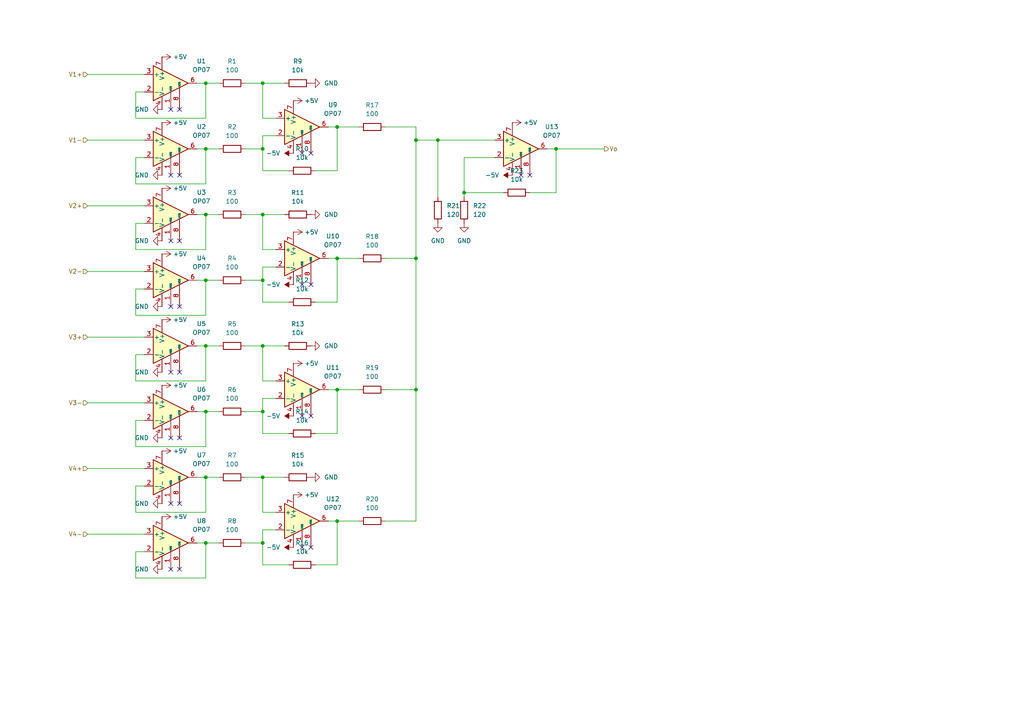
<source format=kicad_sch>
(kicad_sch
	(version 20250114)
	(generator "eeschema")
	(generator_version "9.0")
	(uuid "82227899-3404-4425-aa08-8a36a14d8dca")
	(paper "A4")
	(lib_symbols
		(symbol "Amplifier_Operational:OP07"
			(pin_names
				(offset 0.127)
			)
			(exclude_from_sim no)
			(in_bom yes)
			(on_board yes)
			(property "Reference" "U"
				(at 1.27 6.35 0)
				(effects
					(font
						(size 1.27 1.27)
					)
					(justify left)
				)
			)
			(property "Value" "OP07"
				(at 1.27 3.81 0)
				(effects
					(font
						(size 1.27 1.27)
					)
					(justify left)
				)
			)
			(property "Footprint" ""
				(at 1.27 1.27 0)
				(effects
					(font
						(size 1.27 1.27)
					)
					(hide yes)
				)
			)
			(property "Datasheet" "https://www.analog.com/media/en/technical-documentation/data-sheets/OP07.pdf"
				(at 1.27 3.81 0)
				(effects
					(font
						(size 1.27 1.27)
					)
					(hide yes)
				)
			)
			(property "Description" "Single Ultra-Low Offset Voltage Operational Amplifier, DIP-8/SOIC-8"
				(at 0 0 0)
				(effects
					(font
						(size 1.27 1.27)
					)
					(hide yes)
				)
			)
			(property "ki_keywords" "single opamp"
				(at 0 0 0)
				(effects
					(font
						(size 1.27 1.27)
					)
					(hide yes)
				)
			)
			(property "ki_fp_filters" "DIP*W7.62mm* SOIC*3.9x4.9mm*P1.27mm* TO*99*"
				(at 0 0 0)
				(effects
					(font
						(size 1.27 1.27)
					)
					(hide yes)
				)
			)
			(symbol "OP07_0_1"
				(polyline
					(pts
						(xy -5.08 5.08) (xy 5.08 0) (xy -5.08 -5.08) (xy -5.08 5.08)
					)
					(stroke
						(width 0.254)
						(type default)
					)
					(fill
						(type background)
					)
				)
			)
			(symbol "OP07_1_1"
				(pin input line
					(at -7.62 2.54 0)
					(length 2.54)
					(name "+"
						(effects
							(font
								(size 1.27 1.27)
							)
						)
					)
					(number "3"
						(effects
							(font
								(size 1.27 1.27)
							)
						)
					)
				)
				(pin input line
					(at -7.62 -2.54 0)
					(length 2.54)
					(name "-"
						(effects
							(font
								(size 1.27 1.27)
							)
						)
					)
					(number "2"
						(effects
							(font
								(size 1.27 1.27)
							)
						)
					)
				)
				(pin power_in line
					(at -2.54 7.62 270)
					(length 3.81)
					(name "V+"
						(effects
							(font
								(size 1.27 1.27)
							)
						)
					)
					(number "7"
						(effects
							(font
								(size 1.27 1.27)
							)
						)
					)
				)
				(pin power_in line
					(at -2.54 -7.62 90)
					(length 3.81)
					(name "V-"
						(effects
							(font
								(size 1.27 1.27)
							)
						)
					)
					(number "4"
						(effects
							(font
								(size 1.27 1.27)
							)
						)
					)
				)
				(pin no_connect line
					(at 0 2.54 270)
					(length 2.54)
					(hide yes)
					(name "NC"
						(effects
							(font
								(size 1.27 1.27)
							)
						)
					)
					(number "5"
						(effects
							(font
								(size 1.27 1.27)
							)
						)
					)
				)
				(pin input line
					(at 0 -7.62 90)
					(length 5.08)
					(name "VOS"
						(effects
							(font
								(size 0.508 0.508)
							)
						)
					)
					(number "1"
						(effects
							(font
								(size 1.27 1.27)
							)
						)
					)
				)
				(pin input line
					(at 2.54 -7.62 90)
					(length 6.35)
					(name "VOS"
						(effects
							(font
								(size 0.508 0.508)
							)
						)
					)
					(number "8"
						(effects
							(font
								(size 1.27 1.27)
							)
						)
					)
				)
				(pin output line
					(at 7.62 0 180)
					(length 2.54)
					(name "~"
						(effects
							(font
								(size 1.27 1.27)
							)
						)
					)
					(number "6"
						(effects
							(font
								(size 1.27 1.27)
							)
						)
					)
				)
			)
			(embedded_fonts no)
		)
		(symbol "Device:R"
			(pin_numbers
				(hide yes)
			)
			(pin_names
				(offset 0)
			)
			(exclude_from_sim no)
			(in_bom yes)
			(on_board yes)
			(property "Reference" "R"
				(at 2.032 0 90)
				(effects
					(font
						(size 1.27 1.27)
					)
				)
			)
			(property "Value" "R"
				(at 0 0 90)
				(effects
					(font
						(size 1.27 1.27)
					)
				)
			)
			(property "Footprint" ""
				(at -1.778 0 90)
				(effects
					(font
						(size 1.27 1.27)
					)
					(hide yes)
				)
			)
			(property "Datasheet" "~"
				(at 0 0 0)
				(effects
					(font
						(size 1.27 1.27)
					)
					(hide yes)
				)
			)
			(property "Description" "Resistor"
				(at 0 0 0)
				(effects
					(font
						(size 1.27 1.27)
					)
					(hide yes)
				)
			)
			(property "ki_keywords" "R res resistor"
				(at 0 0 0)
				(effects
					(font
						(size 1.27 1.27)
					)
					(hide yes)
				)
			)
			(property "ki_fp_filters" "R_*"
				(at 0 0 0)
				(effects
					(font
						(size 1.27 1.27)
					)
					(hide yes)
				)
			)
			(symbol "R_0_1"
				(rectangle
					(start -1.016 -2.54)
					(end 1.016 2.54)
					(stroke
						(width 0.254)
						(type default)
					)
					(fill
						(type none)
					)
				)
			)
			(symbol "R_1_1"
				(pin passive line
					(at 0 3.81 270)
					(length 1.27)
					(name "~"
						(effects
							(font
								(size 1.27 1.27)
							)
						)
					)
					(number "1"
						(effects
							(font
								(size 1.27 1.27)
							)
						)
					)
				)
				(pin passive line
					(at 0 -3.81 90)
					(length 1.27)
					(name "~"
						(effects
							(font
								(size 1.27 1.27)
							)
						)
					)
					(number "2"
						(effects
							(font
								(size 1.27 1.27)
							)
						)
					)
				)
			)
			(embedded_fonts no)
		)
		(symbol "power:+5V"
			(power)
			(pin_numbers
				(hide yes)
			)
			(pin_names
				(offset 0)
				(hide yes)
			)
			(exclude_from_sim no)
			(in_bom yes)
			(on_board yes)
			(property "Reference" "#PWR"
				(at 0 -3.81 0)
				(effects
					(font
						(size 1.27 1.27)
					)
					(hide yes)
				)
			)
			(property "Value" "+5V"
				(at 0 3.556 0)
				(effects
					(font
						(size 1.27 1.27)
					)
				)
			)
			(property "Footprint" ""
				(at 0 0 0)
				(effects
					(font
						(size 1.27 1.27)
					)
					(hide yes)
				)
			)
			(property "Datasheet" ""
				(at 0 0 0)
				(effects
					(font
						(size 1.27 1.27)
					)
					(hide yes)
				)
			)
			(property "Description" "Power symbol creates a global label with name \"+5V\""
				(at 0 0 0)
				(effects
					(font
						(size 1.27 1.27)
					)
					(hide yes)
				)
			)
			(property "ki_keywords" "global power"
				(at 0 0 0)
				(effects
					(font
						(size 1.27 1.27)
					)
					(hide yes)
				)
			)
			(symbol "+5V_0_1"
				(polyline
					(pts
						(xy -0.762 1.27) (xy 0 2.54)
					)
					(stroke
						(width 0)
						(type default)
					)
					(fill
						(type none)
					)
				)
				(polyline
					(pts
						(xy 0 2.54) (xy 0.762 1.27)
					)
					(stroke
						(width 0)
						(type default)
					)
					(fill
						(type none)
					)
				)
				(polyline
					(pts
						(xy 0 0) (xy 0 2.54)
					)
					(stroke
						(width 0)
						(type default)
					)
					(fill
						(type none)
					)
				)
			)
			(symbol "+5V_1_1"
				(pin power_in line
					(at 0 0 90)
					(length 0)
					(name "~"
						(effects
							(font
								(size 1.27 1.27)
							)
						)
					)
					(number "1"
						(effects
							(font
								(size 1.27 1.27)
							)
						)
					)
				)
			)
			(embedded_fonts no)
		)
		(symbol "power:-5V"
			(power)
			(pin_numbers
				(hide yes)
			)
			(pin_names
				(offset 0)
				(hide yes)
			)
			(exclude_from_sim no)
			(in_bom yes)
			(on_board yes)
			(property "Reference" "#PWR"
				(at 0 -3.81 0)
				(effects
					(font
						(size 1.27 1.27)
					)
					(hide yes)
				)
			)
			(property "Value" "-5V"
				(at 0 3.556 0)
				(effects
					(font
						(size 1.27 1.27)
					)
				)
			)
			(property "Footprint" ""
				(at 0 0 0)
				(effects
					(font
						(size 1.27 1.27)
					)
					(hide yes)
				)
			)
			(property "Datasheet" ""
				(at 0 0 0)
				(effects
					(font
						(size 1.27 1.27)
					)
					(hide yes)
				)
			)
			(property "Description" "Power symbol creates a global label with name \"-5V\""
				(at 0 0 0)
				(effects
					(font
						(size 1.27 1.27)
					)
					(hide yes)
				)
			)
			(property "ki_keywords" "global power"
				(at 0 0 0)
				(effects
					(font
						(size 1.27 1.27)
					)
					(hide yes)
				)
			)
			(symbol "-5V_0_0"
				(pin power_in line
					(at 0 0 90)
					(length 0)
					(name "~"
						(effects
							(font
								(size 1.27 1.27)
							)
						)
					)
					(number "1"
						(effects
							(font
								(size 1.27 1.27)
							)
						)
					)
				)
			)
			(symbol "-5V_0_1"
				(polyline
					(pts
						(xy 0 0) (xy 0 1.27) (xy 0.762 1.27) (xy 0 2.54) (xy -0.762 1.27) (xy 0 1.27)
					)
					(stroke
						(width 0)
						(type default)
					)
					(fill
						(type outline)
					)
				)
			)
			(embedded_fonts no)
		)
		(symbol "power:GND"
			(power)
			(pin_numbers
				(hide yes)
			)
			(pin_names
				(offset 0)
				(hide yes)
			)
			(exclude_from_sim no)
			(in_bom yes)
			(on_board yes)
			(property "Reference" "#PWR"
				(at 0 -6.35 0)
				(effects
					(font
						(size 1.27 1.27)
					)
					(hide yes)
				)
			)
			(property "Value" "GND"
				(at 0 -3.81 0)
				(effects
					(font
						(size 1.27 1.27)
					)
				)
			)
			(property "Footprint" ""
				(at 0 0 0)
				(effects
					(font
						(size 1.27 1.27)
					)
					(hide yes)
				)
			)
			(property "Datasheet" ""
				(at 0 0 0)
				(effects
					(font
						(size 1.27 1.27)
					)
					(hide yes)
				)
			)
			(property "Description" "Power symbol creates a global label with name \"GND\" , ground"
				(at 0 0 0)
				(effects
					(font
						(size 1.27 1.27)
					)
					(hide yes)
				)
			)
			(property "ki_keywords" "global power"
				(at 0 0 0)
				(effects
					(font
						(size 1.27 1.27)
					)
					(hide yes)
				)
			)
			(symbol "GND_0_1"
				(polyline
					(pts
						(xy 0 0) (xy 0 -1.27) (xy 1.27 -1.27) (xy 0 -2.54) (xy -1.27 -1.27) (xy 0 -1.27)
					)
					(stroke
						(width 0)
						(type default)
					)
					(fill
						(type none)
					)
				)
			)
			(symbol "GND_1_1"
				(pin power_in line
					(at 0 0 270)
					(length 0)
					(name "~"
						(effects
							(font
								(size 1.27 1.27)
							)
						)
					)
					(number "1"
						(effects
							(font
								(size 1.27 1.27)
							)
						)
					)
				)
			)
			(embedded_fonts no)
		)
	)
	(junction
		(at 76.2 24.13)
		(diameter 0)
		(color 0 0 0 0)
		(uuid "0872633b-f661-4dda-9baa-34bf7fabc13c")
	)
	(junction
		(at 97.79 36.83)
		(diameter 0)
		(color 0 0 0 0)
		(uuid "0e038286-161f-4439-a73a-0716d85f669c")
	)
	(junction
		(at 59.69 157.48)
		(diameter 0)
		(color 0 0 0 0)
		(uuid "14a760ea-67ae-4907-8d25-c6d30859fddd")
	)
	(junction
		(at 120.65 113.03)
		(diameter 0)
		(color 0 0 0 0)
		(uuid "1e64f463-b9b0-4aaf-8356-a518f668b64a")
	)
	(junction
		(at 76.2 119.38)
		(diameter 0)
		(color 0 0 0 0)
		(uuid "3d174b19-d4e9-4248-bfa2-0639d0d5c83b")
	)
	(junction
		(at 59.69 100.33)
		(diameter 0)
		(color 0 0 0 0)
		(uuid "4351fa87-253a-48df-99b7-23a6347d1393")
	)
	(junction
		(at 161.29 43.18)
		(diameter 0)
		(color 0 0 0 0)
		(uuid "44e0f47d-c61a-49b7-a775-23881234d36a")
	)
	(junction
		(at 97.79 74.93)
		(diameter 0)
		(color 0 0 0 0)
		(uuid "48244f53-e20e-4e57-aadc-bbc740293a81")
	)
	(junction
		(at 76.2 157.48)
		(diameter 0)
		(color 0 0 0 0)
		(uuid "49af9c3c-f771-4a76-b676-1bf22b5d21d1")
	)
	(junction
		(at 134.62 55.88)
		(diameter 0)
		(color 0 0 0 0)
		(uuid "51376113-b0e9-4a84-bca5-122321abe244")
	)
	(junction
		(at 59.69 62.23)
		(diameter 0)
		(color 0 0 0 0)
		(uuid "5889e7a1-367a-4467-8fdf-7402c23b6c5d")
	)
	(junction
		(at 59.69 43.18)
		(diameter 0)
		(color 0 0 0 0)
		(uuid "5c03dc40-5ea6-498a-a3fd-69748d324b0c")
	)
	(junction
		(at 76.2 100.33)
		(diameter 0)
		(color 0 0 0 0)
		(uuid "5d3b979a-8a4d-4f97-b652-704104c62a15")
	)
	(junction
		(at 120.65 40.64)
		(diameter 0)
		(color 0 0 0 0)
		(uuid "7582f74a-6094-4cbc-9d65-68bf4c7d056b")
	)
	(junction
		(at 59.69 119.38)
		(diameter 0)
		(color 0 0 0 0)
		(uuid "7d865425-04d6-4c6a-bc23-9431bb1ef454")
	)
	(junction
		(at 76.2 81.28)
		(diameter 0)
		(color 0 0 0 0)
		(uuid "7ea25e4d-e15e-4c72-95b8-36cd42201a8b")
	)
	(junction
		(at 59.69 138.43)
		(diameter 0)
		(color 0 0 0 0)
		(uuid "92d6b524-3848-4afe-80b8-2266c23f50ff")
	)
	(junction
		(at 76.2 138.43)
		(diameter 0)
		(color 0 0 0 0)
		(uuid "933702e5-de9a-4ce8-a2eb-23febc1d8e1d")
	)
	(junction
		(at 97.79 151.13)
		(diameter 0)
		(color 0 0 0 0)
		(uuid "b1f6ed26-700d-4e33-b3ec-4c63a4c1a803")
	)
	(junction
		(at 76.2 43.18)
		(diameter 0)
		(color 0 0 0 0)
		(uuid "b5857828-34a9-4a8e-8dce-da199b6aec48")
	)
	(junction
		(at 97.79 113.03)
		(diameter 0)
		(color 0 0 0 0)
		(uuid "c08c7468-a204-4bed-9d9f-c68b3918799e")
	)
	(junction
		(at 120.65 74.93)
		(diameter 0)
		(color 0 0 0 0)
		(uuid "c37e824b-9c76-4280-8574-e7c307cb842f")
	)
	(junction
		(at 127 40.64)
		(diameter 0)
		(color 0 0 0 0)
		(uuid "ca1a8ad5-cff2-4edd-a422-c900fb78cab1")
	)
	(junction
		(at 76.2 62.23)
		(diameter 0)
		(color 0 0 0 0)
		(uuid "cc919074-e3bc-4f01-9e50-d416383c7b86")
	)
	(junction
		(at 59.69 24.13)
		(diameter 0)
		(color 0 0 0 0)
		(uuid "cd002184-6999-4394-8f7a-bbd5b4b76135")
	)
	(junction
		(at 59.69 81.28)
		(diameter 0)
		(color 0 0 0 0)
		(uuid "f95cc6af-f307-46f8-9532-1d550b57b1c5")
	)
	(no_connect
		(at 49.53 88.9)
		(uuid "05e650f0-c7e9-433a-9144-9ccb90bfee69")
	)
	(no_connect
		(at 49.53 127)
		(uuid "068f3361-a8d4-4774-85cf-95f92405da36")
	)
	(no_connect
		(at 90.17 158.75)
		(uuid "0b0d60d4-a265-42b9-8406-acf1feddfbb6")
	)
	(no_connect
		(at 87.63 158.75)
		(uuid "10e23089-543c-4d25-960e-a49cd9692da9")
	)
	(no_connect
		(at 90.17 44.45)
		(uuid "292d7c55-413d-472d-8c4a-587f8a090d92")
	)
	(no_connect
		(at 90.17 82.55)
		(uuid "3f3ab667-41d0-4803-9ee9-ea39da3fabdc")
	)
	(no_connect
		(at 52.07 107.95)
		(uuid "55db9e6d-6cca-4a0a-91ed-33b73f4e74fb")
	)
	(no_connect
		(at 49.53 31.75)
		(uuid "5cf88895-77e3-4d59-b001-7c43f597b918")
	)
	(no_connect
		(at 49.53 107.95)
		(uuid "5f211e1b-bbae-46b2-93bb-ab0d28029471")
	)
	(no_connect
		(at 52.07 88.9)
		(uuid "6bf86ab6-2e65-45a3-8244-122cbbbf4cbc")
	)
	(no_connect
		(at 87.63 82.55)
		(uuid "6d5d1054-93cf-471d-961d-cc6521f7e4d0")
	)
	(no_connect
		(at 52.07 127)
		(uuid "6e79ee5e-8db3-4dd5-9f28-2622de5d7b30")
	)
	(no_connect
		(at 52.07 69.85)
		(uuid "7168b432-fdfa-4c86-b628-afcea442a91f")
	)
	(no_connect
		(at 87.63 44.45)
		(uuid "757cea8f-52b1-4b21-a2ca-d94d56412522")
	)
	(no_connect
		(at 52.07 50.8)
		(uuid "807e891e-8618-4655-89f5-c504a97c04c1")
	)
	(no_connect
		(at 87.63 120.65)
		(uuid "8fe9c4d8-1560-494c-a1d4-b0db133dd5d8")
	)
	(no_connect
		(at 52.07 146.05)
		(uuid "919ef0b7-858e-47e3-8ed2-0e9c29c3028f")
	)
	(no_connect
		(at 52.07 165.1)
		(uuid "9e8b4291-5a32-4094-a1b3-a6f3b78754f0")
	)
	(no_connect
		(at 49.53 69.85)
		(uuid "aa053fb8-ca17-437e-bf08-b46c9b8e6d2a")
	)
	(no_connect
		(at 49.53 146.05)
		(uuid "aae8b5dd-9b3c-415a-8795-7bf7c5ed57a3")
	)
	(no_connect
		(at 49.53 165.1)
		(uuid "b41216fb-f711-4151-a55f-8cf2fcee5119")
	)
	(no_connect
		(at 151.13 50.8)
		(uuid "baa5dd90-434b-4411-a0b6-6da47018f0e4")
	)
	(no_connect
		(at 52.07 31.75)
		(uuid "c6ad0b1a-f5a0-46c5-89f4-99ffc51d0b95")
	)
	(no_connect
		(at 153.67 50.8)
		(uuid "d79097bb-9773-47ea-9956-6ec522417389")
	)
	(no_connect
		(at 90.17 120.65)
		(uuid "e2b7bfdc-efe2-441c-99b9-e4fc63b36f37")
	)
	(no_connect
		(at 49.53 50.8)
		(uuid "f931dceb-5765-41e2-8dc0-5948f9bf03f4")
	)
	(wire
		(pts
			(xy 59.69 157.48) (xy 57.15 157.48)
		)
		(stroke
			(width 0)
			(type default)
		)
		(uuid "02dcd3d2-e4e0-49b7-9fe5-376c385c3553")
	)
	(wire
		(pts
			(xy 111.76 74.93) (xy 120.65 74.93)
		)
		(stroke
			(width 0)
			(type default)
		)
		(uuid "02e9c0d6-4245-4b4b-8594-bfeac1e5297d")
	)
	(wire
		(pts
			(xy 76.2 62.23) (xy 82.55 62.23)
		)
		(stroke
			(width 0)
			(type default)
		)
		(uuid "042a964f-30f3-4746-b830-b9b39b248486")
	)
	(wire
		(pts
			(xy 111.76 113.03) (xy 120.65 113.03)
		)
		(stroke
			(width 0)
			(type default)
		)
		(uuid "0473540b-309c-4ca3-9713-cab7bae06a33")
	)
	(wire
		(pts
			(xy 80.01 72.39) (xy 76.2 72.39)
		)
		(stroke
			(width 0)
			(type default)
		)
		(uuid "076449b6-a0a2-454f-872d-8432c1b1cd7e")
	)
	(wire
		(pts
			(xy 39.37 129.54) (xy 59.69 129.54)
		)
		(stroke
			(width 0)
			(type default)
		)
		(uuid "07715f93-7cee-4963-9e70-8068961a3910")
	)
	(wire
		(pts
			(xy 39.37 102.87) (xy 39.37 110.49)
		)
		(stroke
			(width 0)
			(type default)
		)
		(uuid "08d37093-312b-4f59-984e-6dd39df51695")
	)
	(wire
		(pts
			(xy 97.79 125.73) (xy 91.44 125.73)
		)
		(stroke
			(width 0)
			(type default)
		)
		(uuid "090ba01d-011e-47ae-966b-dc714fcbbedb")
	)
	(wire
		(pts
			(xy 80.01 77.47) (xy 76.2 77.47)
		)
		(stroke
			(width 0)
			(type default)
		)
		(uuid "09dc7737-01f0-42c8-b945-29c48b6e5f69")
	)
	(wire
		(pts
			(xy 25.4 116.84) (xy 41.91 116.84)
		)
		(stroke
			(width 0)
			(type default)
		)
		(uuid "0a460890-f1e7-4f60-9ad5-2b4ed6d4e79f")
	)
	(wire
		(pts
			(xy 83.82 87.63) (xy 76.2 87.63)
		)
		(stroke
			(width 0)
			(type default)
		)
		(uuid "0e94fadc-1ceb-4497-a756-56c2aba1302f")
	)
	(wire
		(pts
			(xy 80.01 110.49) (xy 76.2 110.49)
		)
		(stroke
			(width 0)
			(type default)
		)
		(uuid "120ee0a0-7fbc-4f41-b7c5-6d9242f05c3c")
	)
	(wire
		(pts
			(xy 39.37 45.72) (xy 39.37 53.34)
		)
		(stroke
			(width 0)
			(type default)
		)
		(uuid "14d446ae-0513-47fb-aebd-a5d679abdbc3")
	)
	(wire
		(pts
			(xy 97.79 113.03) (xy 104.14 113.03)
		)
		(stroke
			(width 0)
			(type default)
		)
		(uuid "168061b3-a4f4-4ac4-91fc-2cd1724f8243")
	)
	(wire
		(pts
			(xy 83.82 163.83) (xy 76.2 163.83)
		)
		(stroke
			(width 0)
			(type default)
		)
		(uuid "172bc7c5-522f-4d2b-8910-c4c979416517")
	)
	(wire
		(pts
			(xy 39.37 83.82) (xy 39.37 91.44)
		)
		(stroke
			(width 0)
			(type default)
		)
		(uuid "181f154d-9186-4180-a36d-55e02aa30965")
	)
	(wire
		(pts
			(xy 120.65 40.64) (xy 127 40.64)
		)
		(stroke
			(width 0)
			(type default)
		)
		(uuid "190c1d0f-bf21-455e-825a-50adbf3ccc23")
	)
	(wire
		(pts
			(xy 95.25 151.13) (xy 97.79 151.13)
		)
		(stroke
			(width 0)
			(type default)
		)
		(uuid "19345b02-914a-496b-a256-649c5fa34998")
	)
	(wire
		(pts
			(xy 97.79 36.83) (xy 97.79 49.53)
		)
		(stroke
			(width 0)
			(type default)
		)
		(uuid "1b37706d-38d9-44c2-a1ab-f3cb12b1d0a6")
	)
	(wire
		(pts
			(xy 95.25 36.83) (xy 97.79 36.83)
		)
		(stroke
			(width 0)
			(type default)
		)
		(uuid "1f4d7b1d-303a-40b1-8365-3af5c3c005d7")
	)
	(wire
		(pts
			(xy 63.5 24.13) (xy 59.69 24.13)
		)
		(stroke
			(width 0)
			(type default)
		)
		(uuid "1f7244c0-e1ae-4050-b446-f808afb6cffb")
	)
	(wire
		(pts
			(xy 161.29 43.18) (xy 175.26 43.18)
		)
		(stroke
			(width 0)
			(type default)
		)
		(uuid "20904e97-d269-43fd-b4c2-315710a3512c")
	)
	(wire
		(pts
			(xy 111.76 151.13) (xy 120.65 151.13)
		)
		(stroke
			(width 0)
			(type default)
		)
		(uuid "2681e1a6-eb7e-49ed-a962-97fa84a4a6cb")
	)
	(wire
		(pts
			(xy 76.2 138.43) (xy 82.55 138.43)
		)
		(stroke
			(width 0)
			(type default)
		)
		(uuid "2784c692-6f74-4268-967f-b400384cb2b9")
	)
	(wire
		(pts
			(xy 59.69 100.33) (xy 57.15 100.33)
		)
		(stroke
			(width 0)
			(type default)
		)
		(uuid "2a8b6e94-da64-4288-be3d-0cde38db4c5a")
	)
	(wire
		(pts
			(xy 25.4 97.79) (xy 41.91 97.79)
		)
		(stroke
			(width 0)
			(type default)
		)
		(uuid "2b41d325-fd40-4d19-81e5-b6048907aa6b")
	)
	(wire
		(pts
			(xy 41.91 140.97) (xy 39.37 140.97)
		)
		(stroke
			(width 0)
			(type default)
		)
		(uuid "2b68dd56-204e-415e-8835-06576026cd86")
	)
	(wire
		(pts
			(xy 76.2 87.63) (xy 76.2 81.28)
		)
		(stroke
			(width 0)
			(type default)
		)
		(uuid "2b7cc71e-8351-4962-a8ee-4c1ba2ec40e5")
	)
	(wire
		(pts
			(xy 63.5 62.23) (xy 59.69 62.23)
		)
		(stroke
			(width 0)
			(type default)
		)
		(uuid "2dd832dc-ccda-4a5c-9cdf-34116e1f2b07")
	)
	(wire
		(pts
			(xy 76.2 157.48) (xy 71.12 157.48)
		)
		(stroke
			(width 0)
			(type default)
		)
		(uuid "2fd0b751-daa9-40a9-a3a8-273999a14249")
	)
	(wire
		(pts
			(xy 41.91 102.87) (xy 39.37 102.87)
		)
		(stroke
			(width 0)
			(type default)
		)
		(uuid "33840ea5-c9cc-4ed3-b7f4-ace6159f47f4")
	)
	(wire
		(pts
			(xy 25.4 78.74) (xy 41.91 78.74)
		)
		(stroke
			(width 0)
			(type default)
		)
		(uuid "33adc896-7ba7-4b20-9e01-3fc73c835f09")
	)
	(wire
		(pts
			(xy 95.25 74.93) (xy 97.79 74.93)
		)
		(stroke
			(width 0)
			(type default)
		)
		(uuid "340447b6-6535-4ec4-9428-c55a9c3c030c")
	)
	(wire
		(pts
			(xy 63.5 81.28) (xy 59.69 81.28)
		)
		(stroke
			(width 0)
			(type default)
		)
		(uuid "369dd04d-e259-4411-aa42-78bfcd9a5270")
	)
	(wire
		(pts
			(xy 76.2 81.28) (xy 71.12 81.28)
		)
		(stroke
			(width 0)
			(type default)
		)
		(uuid "36ecd391-269f-4525-8b27-965818cd3263")
	)
	(wire
		(pts
			(xy 39.37 72.39) (xy 59.69 72.39)
		)
		(stroke
			(width 0)
			(type default)
		)
		(uuid "37e6f86c-992c-44da-a605-742eabff29ed")
	)
	(wire
		(pts
			(xy 95.25 113.03) (xy 97.79 113.03)
		)
		(stroke
			(width 0)
			(type default)
		)
		(uuid "38c8b076-aab6-4745-89a1-0f0c00332ecf")
	)
	(wire
		(pts
			(xy 59.69 167.64) (xy 59.69 157.48)
		)
		(stroke
			(width 0)
			(type default)
		)
		(uuid "3afa4310-9ed9-48e7-bb17-51e986f57b6e")
	)
	(wire
		(pts
			(xy 134.62 45.72) (xy 143.51 45.72)
		)
		(stroke
			(width 0)
			(type default)
		)
		(uuid "3bf07f7d-b716-465b-b63b-d4ddab993122")
	)
	(wire
		(pts
			(xy 134.62 57.15) (xy 134.62 55.88)
		)
		(stroke
			(width 0)
			(type default)
		)
		(uuid "3f40ed2a-75bc-499d-8890-26e4331b7f0a")
	)
	(wire
		(pts
			(xy 59.69 129.54) (xy 59.69 119.38)
		)
		(stroke
			(width 0)
			(type default)
		)
		(uuid "45ac348a-fef5-46cd-8af9-7fa20dc7b8f6")
	)
	(wire
		(pts
			(xy 76.2 125.73) (xy 76.2 119.38)
		)
		(stroke
			(width 0)
			(type default)
		)
		(uuid "4ecde7a8-965b-452f-90db-7350f7cab7dc")
	)
	(wire
		(pts
			(xy 76.2 148.59) (xy 76.2 138.43)
		)
		(stroke
			(width 0)
			(type default)
		)
		(uuid "55c00b70-03e3-41c6-b6b2-23e7323c63b2")
	)
	(wire
		(pts
			(xy 76.2 39.37) (xy 76.2 43.18)
		)
		(stroke
			(width 0)
			(type default)
		)
		(uuid "58a07741-ba7a-46ce-bcc0-cf475b24bdd3")
	)
	(wire
		(pts
			(xy 59.69 81.28) (xy 57.15 81.28)
		)
		(stroke
			(width 0)
			(type default)
		)
		(uuid "5aa2df6c-c49a-4d85-9216-cf8a7b4dd6b1")
	)
	(wire
		(pts
			(xy 39.37 26.67) (xy 39.37 34.29)
		)
		(stroke
			(width 0)
			(type default)
		)
		(uuid "5d0bcd1f-99c1-432c-8a8e-5a88da748908")
	)
	(wire
		(pts
			(xy 97.79 36.83) (xy 104.14 36.83)
		)
		(stroke
			(width 0)
			(type default)
		)
		(uuid "603a3dfe-ba83-46c5-a63a-cea4984a619a")
	)
	(wire
		(pts
			(xy 80.01 115.57) (xy 76.2 115.57)
		)
		(stroke
			(width 0)
			(type default)
		)
		(uuid "6076c7e1-b46a-4647-8daf-1f9fbef31624")
	)
	(wire
		(pts
			(xy 83.82 125.73) (xy 76.2 125.73)
		)
		(stroke
			(width 0)
			(type default)
		)
		(uuid "639689d6-52d4-4bd6-a0ee-40726a2aedb9")
	)
	(wire
		(pts
			(xy 80.01 153.67) (xy 76.2 153.67)
		)
		(stroke
			(width 0)
			(type default)
		)
		(uuid "64a29814-ea5f-4ba3-bf75-747f71487f31")
	)
	(wire
		(pts
			(xy 76.2 163.83) (xy 76.2 157.48)
		)
		(stroke
			(width 0)
			(type default)
		)
		(uuid "64dcf189-416a-4f66-8936-11a9f56719f6")
	)
	(wire
		(pts
			(xy 80.01 34.29) (xy 76.2 34.29)
		)
		(stroke
			(width 0)
			(type default)
		)
		(uuid "6608b6bf-082f-4384-9d57-08451479c7a5")
	)
	(wire
		(pts
			(xy 127 40.64) (xy 127 57.15)
		)
		(stroke
			(width 0)
			(type default)
		)
		(uuid "68295a39-e40e-4825-9093-92f08de8ad7b")
	)
	(wire
		(pts
			(xy 80.01 148.59) (xy 76.2 148.59)
		)
		(stroke
			(width 0)
			(type default)
		)
		(uuid "6ca432bc-21ed-4909-8a06-4f768d217994")
	)
	(wire
		(pts
			(xy 134.62 55.88) (xy 146.05 55.88)
		)
		(stroke
			(width 0)
			(type default)
		)
		(uuid "6fe04ddf-15cd-4309-a66f-56d0645f4cda")
	)
	(wire
		(pts
			(xy 25.4 154.94) (xy 41.91 154.94)
		)
		(stroke
			(width 0)
			(type default)
		)
		(uuid "701c6f85-d50b-4bf4-8df8-52fc8013cd0d")
	)
	(wire
		(pts
			(xy 120.65 113.03) (xy 120.65 74.93)
		)
		(stroke
			(width 0)
			(type default)
		)
		(uuid "70635449-cc7d-4495-b400-5d3e58450259")
	)
	(wire
		(pts
			(xy 76.2 34.29) (xy 76.2 24.13)
		)
		(stroke
			(width 0)
			(type default)
		)
		(uuid "77059ee9-fc5a-48a3-8d51-856da2125ea9")
	)
	(wire
		(pts
			(xy 39.37 167.64) (xy 59.69 167.64)
		)
		(stroke
			(width 0)
			(type default)
		)
		(uuid "773d8e4a-cc92-4dfa-ae0f-855203c70f3d")
	)
	(wire
		(pts
			(xy 63.5 119.38) (xy 59.69 119.38)
		)
		(stroke
			(width 0)
			(type default)
		)
		(uuid "7744328b-9e0e-412b-bf25-d44203c70fba")
	)
	(wire
		(pts
			(xy 59.69 91.44) (xy 59.69 81.28)
		)
		(stroke
			(width 0)
			(type default)
		)
		(uuid "7a0d32a0-9464-434a-a235-edec39c47557")
	)
	(wire
		(pts
			(xy 97.79 74.93) (xy 97.79 87.63)
		)
		(stroke
			(width 0)
			(type default)
		)
		(uuid "7d2bfdb7-cea5-4569-b938-a028b3a8b449")
	)
	(wire
		(pts
			(xy 25.4 21.59) (xy 41.91 21.59)
		)
		(stroke
			(width 0)
			(type default)
		)
		(uuid "7dbe1664-7a6b-4568-bdbb-6383c8924d95")
	)
	(wire
		(pts
			(xy 41.91 64.77) (xy 39.37 64.77)
		)
		(stroke
			(width 0)
			(type default)
		)
		(uuid "81d680ca-69e0-4617-aa42-4788daf0e23a")
	)
	(wire
		(pts
			(xy 76.2 115.57) (xy 76.2 119.38)
		)
		(stroke
			(width 0)
			(type default)
		)
		(uuid "831229d3-35e0-403b-85ed-9ca54a18db2a")
	)
	(wire
		(pts
			(xy 25.4 135.89) (xy 41.91 135.89)
		)
		(stroke
			(width 0)
			(type default)
		)
		(uuid "83606fc3-c4a9-44e1-944b-300b99b87b87")
	)
	(wire
		(pts
			(xy 76.2 119.38) (xy 71.12 119.38)
		)
		(stroke
			(width 0)
			(type default)
		)
		(uuid "83d645a0-57ee-4210-8c48-7d0b779dbc19")
	)
	(wire
		(pts
			(xy 76.2 62.23) (xy 71.12 62.23)
		)
		(stroke
			(width 0)
			(type default)
		)
		(uuid "8a33607d-9c84-405d-85b6-0fc4e0516bf0")
	)
	(wire
		(pts
			(xy 127 40.64) (xy 143.51 40.64)
		)
		(stroke
			(width 0)
			(type default)
		)
		(uuid "8b7f2a58-b436-43cc-bee9-9d6e09e31ea2")
	)
	(wire
		(pts
			(xy 83.82 49.53) (xy 76.2 49.53)
		)
		(stroke
			(width 0)
			(type default)
		)
		(uuid "8cc60046-fcef-4750-bc11-a4aebee6471a")
	)
	(wire
		(pts
			(xy 97.79 151.13) (xy 104.14 151.13)
		)
		(stroke
			(width 0)
			(type default)
		)
		(uuid "8ce2ba2d-8d2b-4a0c-9db0-a7195d09bf98")
	)
	(wire
		(pts
			(xy 76.2 24.13) (xy 71.12 24.13)
		)
		(stroke
			(width 0)
			(type default)
		)
		(uuid "9082ece2-a5d2-4141-b0bb-cf52b2fa54b4")
	)
	(wire
		(pts
			(xy 39.37 140.97) (xy 39.37 148.59)
		)
		(stroke
			(width 0)
			(type default)
		)
		(uuid "93d8b313-8a1a-478f-bcfb-8da00603fdac")
	)
	(wire
		(pts
			(xy 41.91 121.92) (xy 39.37 121.92)
		)
		(stroke
			(width 0)
			(type default)
		)
		(uuid "975f7e6b-441d-41ee-9c64-6e4df567ca0b")
	)
	(wire
		(pts
			(xy 39.37 148.59) (xy 59.69 148.59)
		)
		(stroke
			(width 0)
			(type default)
		)
		(uuid "99d82544-aa34-47be-8eb5-fa92b5f5be6f")
	)
	(wire
		(pts
			(xy 76.2 138.43) (xy 71.12 138.43)
		)
		(stroke
			(width 0)
			(type default)
		)
		(uuid "9a8bea7d-071d-479b-8c9e-9ae0532d995e")
	)
	(wire
		(pts
			(xy 59.69 72.39) (xy 59.69 62.23)
		)
		(stroke
			(width 0)
			(type default)
		)
		(uuid "9e36c768-4bdb-482d-9860-c55d522e8de3")
	)
	(wire
		(pts
			(xy 97.79 87.63) (xy 91.44 87.63)
		)
		(stroke
			(width 0)
			(type default)
		)
		(uuid "9fa8c634-a209-4ecd-9d31-2d7f8ed14daa")
	)
	(wire
		(pts
			(xy 59.69 138.43) (xy 57.15 138.43)
		)
		(stroke
			(width 0)
			(type default)
		)
		(uuid "a0b13b87-9206-4223-b948-f93e3a9453d5")
	)
	(wire
		(pts
			(xy 63.5 43.18) (xy 59.69 43.18)
		)
		(stroke
			(width 0)
			(type default)
		)
		(uuid "a10e2492-ce25-4145-b9fc-63cec4a3df6a")
	)
	(wire
		(pts
			(xy 120.65 74.93) (xy 120.65 40.64)
		)
		(stroke
			(width 0)
			(type default)
		)
		(uuid "a47f875a-f9e1-49dc-a7b0-99e4de0cdca7")
	)
	(wire
		(pts
			(xy 76.2 43.18) (xy 71.12 43.18)
		)
		(stroke
			(width 0)
			(type default)
		)
		(uuid "a7763879-fd5e-45ba-8c46-71b865531b0a")
	)
	(wire
		(pts
			(xy 59.69 62.23) (xy 57.15 62.23)
		)
		(stroke
			(width 0)
			(type default)
		)
		(uuid "af6b9249-ef11-447c-9e2a-47d1193ff8e6")
	)
	(wire
		(pts
			(xy 63.5 100.33) (xy 59.69 100.33)
		)
		(stroke
			(width 0)
			(type default)
		)
		(uuid "b12b28b6-7514-4552-a778-2b248fa4ad08")
	)
	(wire
		(pts
			(xy 39.37 53.34) (xy 59.69 53.34)
		)
		(stroke
			(width 0)
			(type default)
		)
		(uuid "b1fc964a-e802-47eb-b030-303f6820207f")
	)
	(wire
		(pts
			(xy 39.37 110.49) (xy 59.69 110.49)
		)
		(stroke
			(width 0)
			(type default)
		)
		(uuid "b231dd8b-ecc4-4b5b-89f8-3693f2a671b8")
	)
	(wire
		(pts
			(xy 97.79 113.03) (xy 97.79 125.73)
		)
		(stroke
			(width 0)
			(type default)
		)
		(uuid "b545b0b3-6e1c-4c97-abd7-5166aed995f5")
	)
	(wire
		(pts
			(xy 59.69 148.59) (xy 59.69 138.43)
		)
		(stroke
			(width 0)
			(type default)
		)
		(uuid "b632a464-1895-4ae2-b023-dd115cdb8609")
	)
	(wire
		(pts
			(xy 80.01 39.37) (xy 76.2 39.37)
		)
		(stroke
			(width 0)
			(type default)
		)
		(uuid "b8459fff-01de-4b03-9c87-022ec36a7e55")
	)
	(wire
		(pts
			(xy 39.37 64.77) (xy 39.37 72.39)
		)
		(stroke
			(width 0)
			(type default)
		)
		(uuid "ba52d686-5261-43a3-b6ea-11e626fa9d64")
	)
	(wire
		(pts
			(xy 76.2 110.49) (xy 76.2 100.33)
		)
		(stroke
			(width 0)
			(type default)
		)
		(uuid "bc6ed01f-4f83-4340-8541-4455896e4e54")
	)
	(wire
		(pts
			(xy 59.69 119.38) (xy 57.15 119.38)
		)
		(stroke
			(width 0)
			(type default)
		)
		(uuid "be3ab100-2b6c-445f-adaf-8d124b065499")
	)
	(wire
		(pts
			(xy 97.79 49.53) (xy 91.44 49.53)
		)
		(stroke
			(width 0)
			(type default)
		)
		(uuid "bf57fa2b-31fc-4386-8dec-69304d7a16c6")
	)
	(wire
		(pts
			(xy 63.5 138.43) (xy 59.69 138.43)
		)
		(stroke
			(width 0)
			(type default)
		)
		(uuid "bfa6a0f3-fd0a-4f8f-b71a-294dc6a657d6")
	)
	(wire
		(pts
			(xy 59.69 24.13) (xy 57.15 24.13)
		)
		(stroke
			(width 0)
			(type default)
		)
		(uuid "c17f6b7d-240d-42a8-9379-236b760baf87")
	)
	(wire
		(pts
			(xy 120.65 151.13) (xy 120.65 113.03)
		)
		(stroke
			(width 0)
			(type default)
		)
		(uuid "c4e9f8b7-7232-4cd1-ba3b-e928728a931e")
	)
	(wire
		(pts
			(xy 158.75 43.18) (xy 161.29 43.18)
		)
		(stroke
			(width 0)
			(type default)
		)
		(uuid "c52f31b7-4852-46bd-a5d8-802d796915bf")
	)
	(wire
		(pts
			(xy 134.62 55.88) (xy 134.62 45.72)
		)
		(stroke
			(width 0)
			(type default)
		)
		(uuid "c7f0fb74-cff6-4d99-a93a-bec3ee6f1e12")
	)
	(wire
		(pts
			(xy 76.2 100.33) (xy 82.55 100.33)
		)
		(stroke
			(width 0)
			(type default)
		)
		(uuid "c9e58e05-6767-4801-af49-05a1ad977794")
	)
	(wire
		(pts
			(xy 97.79 163.83) (xy 91.44 163.83)
		)
		(stroke
			(width 0)
			(type default)
		)
		(uuid "cb68c398-8672-4d14-82b7-fbfc98f91e43")
	)
	(wire
		(pts
			(xy 59.69 53.34) (xy 59.69 43.18)
		)
		(stroke
			(width 0)
			(type default)
		)
		(uuid "cbf9a108-092d-4655-81d2-ea5b35ef9975")
	)
	(wire
		(pts
			(xy 41.91 26.67) (xy 39.37 26.67)
		)
		(stroke
			(width 0)
			(type default)
		)
		(uuid "cc427c33-7a9b-4b6f-bffc-9694a5cd586d")
	)
	(wire
		(pts
			(xy 39.37 160.02) (xy 39.37 167.64)
		)
		(stroke
			(width 0)
			(type default)
		)
		(uuid "ccbff858-d927-4495-968b-a3670624c6b7")
	)
	(wire
		(pts
			(xy 25.4 59.69) (xy 41.91 59.69)
		)
		(stroke
			(width 0)
			(type default)
		)
		(uuid "d04d48a3-2e0f-4625-b80e-cf572c401d2c")
	)
	(wire
		(pts
			(xy 39.37 34.29) (xy 59.69 34.29)
		)
		(stroke
			(width 0)
			(type default)
		)
		(uuid "d67c75a1-9636-49dd-9cff-81ad11b76a92")
	)
	(wire
		(pts
			(xy 120.65 36.83) (xy 111.76 36.83)
		)
		(stroke
			(width 0)
			(type default)
		)
		(uuid "d6c6d498-c76f-439b-b86f-56ce7d17a5cf")
	)
	(wire
		(pts
			(xy 59.69 43.18) (xy 57.15 43.18)
		)
		(stroke
			(width 0)
			(type default)
		)
		(uuid "d6d69bd8-897a-4729-a30b-a6aafd37c61b")
	)
	(wire
		(pts
			(xy 120.65 40.64) (xy 120.65 36.83)
		)
		(stroke
			(width 0)
			(type default)
		)
		(uuid "d7dba247-736a-4786-b980-3f34a95e58ea")
	)
	(wire
		(pts
			(xy 76.2 24.13) (xy 82.55 24.13)
		)
		(stroke
			(width 0)
			(type default)
		)
		(uuid "d7f3d821-1b6d-4094-91bf-216ebeb5b32b")
	)
	(wire
		(pts
			(xy 76.2 100.33) (xy 71.12 100.33)
		)
		(stroke
			(width 0)
			(type default)
		)
		(uuid "dbd8d42f-ec2c-4749-96bf-c84f7682c1e1")
	)
	(wire
		(pts
			(xy 97.79 74.93) (xy 104.14 74.93)
		)
		(stroke
			(width 0)
			(type default)
		)
		(uuid "dc159f30-959f-426c-82ab-87d4ef757f1d")
	)
	(wire
		(pts
			(xy 76.2 153.67) (xy 76.2 157.48)
		)
		(stroke
			(width 0)
			(type default)
		)
		(uuid "dcf65025-5490-40e2-8743-28d1c80fc5d4")
	)
	(wire
		(pts
			(xy 63.5 157.48) (xy 59.69 157.48)
		)
		(stroke
			(width 0)
			(type default)
		)
		(uuid "de3acba9-b5f9-48af-a228-6cb7080a5aea")
	)
	(wire
		(pts
			(xy 161.29 55.88) (xy 153.67 55.88)
		)
		(stroke
			(width 0)
			(type default)
		)
		(uuid "e344ea17-cd89-427a-b442-6da215314d23")
	)
	(wire
		(pts
			(xy 59.69 110.49) (xy 59.69 100.33)
		)
		(stroke
			(width 0)
			(type default)
		)
		(uuid "e35584ba-78d0-45e2-bd00-93c92a3a560b")
	)
	(wire
		(pts
			(xy 41.91 160.02) (xy 39.37 160.02)
		)
		(stroke
			(width 0)
			(type default)
		)
		(uuid "e3887336-d834-485f-8492-4b4f6da992de")
	)
	(wire
		(pts
			(xy 41.91 83.82) (xy 39.37 83.82)
		)
		(stroke
			(width 0)
			(type default)
		)
		(uuid "e420c4cf-d648-4a47-b33f-1dfe77be2c67")
	)
	(wire
		(pts
			(xy 76.2 77.47) (xy 76.2 81.28)
		)
		(stroke
			(width 0)
			(type default)
		)
		(uuid "e8cef2f0-e941-457d-9bff-e166788528d8")
	)
	(wire
		(pts
			(xy 76.2 49.53) (xy 76.2 43.18)
		)
		(stroke
			(width 0)
			(type default)
		)
		(uuid "e9c02217-d2a9-4cd9-86dd-a52ff5dd5e51")
	)
	(wire
		(pts
			(xy 76.2 72.39) (xy 76.2 62.23)
		)
		(stroke
			(width 0)
			(type default)
		)
		(uuid "eab6b002-a979-40d8-a029-0749d3230305")
	)
	(wire
		(pts
			(xy 161.29 43.18) (xy 161.29 55.88)
		)
		(stroke
			(width 0)
			(type default)
		)
		(uuid "ec290c5d-31e5-4687-bdaf-50c4d3fb91ec")
	)
	(wire
		(pts
			(xy 97.79 151.13) (xy 97.79 163.83)
		)
		(stroke
			(width 0)
			(type default)
		)
		(uuid "eca188a7-a3e9-438f-9b15-8163b7de7c62")
	)
	(wire
		(pts
			(xy 25.4 40.64) (xy 41.91 40.64)
		)
		(stroke
			(width 0)
			(type default)
		)
		(uuid "f482bc76-88ce-468b-a637-e104d9f02ac1")
	)
	(wire
		(pts
			(xy 59.69 34.29) (xy 59.69 24.13)
		)
		(stroke
			(width 0)
			(type default)
		)
		(uuid "f692b875-4767-44da-9cae-bb076b03e489")
	)
	(wire
		(pts
			(xy 39.37 121.92) (xy 39.37 129.54)
		)
		(stroke
			(width 0)
			(type default)
		)
		(uuid "fbbe6e5e-b870-4240-9afc-97f1589459ed")
	)
	(wire
		(pts
			(xy 41.91 45.72) (xy 39.37 45.72)
		)
		(stroke
			(width 0)
			(type default)
		)
		(uuid "fca8785a-71d8-4005-9a2f-1585dd2677d3")
	)
	(wire
		(pts
			(xy 39.37 91.44) (xy 59.69 91.44)
		)
		(stroke
			(width 0)
			(type default)
		)
		(uuid "ffd2cc1f-f001-4d7f-b38f-84fd2c49c96e")
	)
	(hierarchical_label "V1+"
		(shape input)
		(at 25.4 21.59 180)
		(effects
			(font
				(size 1.27 1.27)
			)
			(justify right)
		)
		(uuid "45b00845-91da-4df6-bbf3-294c66e16b07")
	)
	(hierarchical_label "Vo"
		(shape output)
		(at 175.26 43.18 0)
		(effects
			(font
				(size 1.27 1.27)
			)
			(justify left)
		)
		(uuid "5d31d167-d6df-42f5-abe0-78f5936eb1bf")
	)
	(hierarchical_label "V1-"
		(shape input)
		(at 25.4 40.64 180)
		(effects
			(font
				(size 1.27 1.27)
			)
			(justify right)
		)
		(uuid "89d59312-3aa5-41f3-8bf4-ae7385e8f823")
	)
	(hierarchical_label "V3-"
		(shape input)
		(at 25.4 116.84 180)
		(effects
			(font
				(size 1.27 1.27)
			)
			(justify right)
		)
		(uuid "b98e7403-ef81-4b8d-8d00-5e70818b2964")
	)
	(hierarchical_label "V2+"
		(shape input)
		(at 25.4 59.69 180)
		(effects
			(font
				(size 1.27 1.27)
			)
			(justify right)
		)
		(uuid "c69124cf-d467-4559-ad17-324d995ca4da")
	)
	(hierarchical_label "V3+"
		(shape input)
		(at 25.4 97.79 180)
		(effects
			(font
				(size 1.27 1.27)
			)
			(justify right)
		)
		(uuid "d495236b-6609-4351-b3a1-8db7f3ac8742")
	)
	(hierarchical_label "V4-"
		(shape input)
		(at 25.4 154.94 180)
		(effects
			(font
				(size 1.27 1.27)
			)
			(justify right)
		)
		(uuid "d50cdb67-f794-4ffb-8e1b-dadcb9e07357")
	)
	(hierarchical_label "V2-"
		(shape input)
		(at 25.4 78.74 180)
		(effects
			(font
				(size 1.27 1.27)
			)
			(justify right)
		)
		(uuid "d7e1a92c-eeda-4293-983c-02eb0f8c8e96")
	)
	(hierarchical_label "V4+"
		(shape input)
		(at 25.4 135.89 180)
		(effects
			(font
				(size 1.27 1.27)
			)
			(justify right)
		)
		(uuid "f0eb9a7b-4671-4e1a-9f24-47f05f8b215c")
	)
	(symbol
		(lib_id "power:GND")
		(at 90.17 24.13 90)
		(unit 1)
		(exclude_from_sim no)
		(in_bom yes)
		(on_board yes)
		(dnp no)
		(fields_autoplaced yes)
		(uuid "013d5663-48ca-4594-804e-3cddd8e4e1bb")
		(property "Reference" "#PWR029"
			(at 96.52 24.13 0)
			(effects
				(font
					(size 1.27 1.27)
				)
				(hide yes)
			)
		)
		(property "Value" "GND"
			(at 93.98 24.1299 90)
			(effects
				(font
					(size 1.27 1.27)
				)
				(justify right)
			)
		)
		(property "Footprint" ""
			(at 90.17 24.13 0)
			(effects
				(font
					(size 1.27 1.27)
				)
				(hide yes)
			)
		)
		(property "Datasheet" ""
			(at 90.17 24.13 0)
			(effects
				(font
					(size 1.27 1.27)
				)
				(hide yes)
			)
		)
		(property "Description" "Power symbol creates a global label with name \"GND\" , ground"
			(at 90.17 24.13 0)
			(effects
				(font
					(size 1.27 1.27)
				)
				(hide yes)
			)
		)
		(pin "1"
			(uuid "b0cce1a9-5df5-40c3-b3f3-e87e5eb6f7e5")
		)
		(instances
			(project "Balanza"
				(path "/d6d8f124-210e-4751-85cc-6ef3f0351781/a6fc90ce-8aa6-4340-88b7-8cfe2f332efe"
					(reference "#PWR029")
					(unit 1)
				)
			)
		)
	)
	(symbol
		(lib_id "Amplifier_Operational:OP07")
		(at 49.53 138.43 0)
		(unit 1)
		(exclude_from_sim no)
		(in_bom yes)
		(on_board yes)
		(dnp no)
		(fields_autoplaced yes)
		(uuid "0513e371-f9da-4a2c-b2f0-2f629043779e")
		(property "Reference" "U7"
			(at 58.42 132.0098 0)
			(effects
				(font
					(size 1.27 1.27)
				)
			)
		)
		(property "Value" "OP07"
			(at 58.42 134.5498 0)
			(effects
				(font
					(size 1.27 1.27)
				)
			)
		)
		(property "Footprint" "Package_SO:SOIC-8_3.9x4.9mm_P1.27mm"
			(at 50.8 137.16 0)
			(effects
				(font
					(size 1.27 1.27)
				)
				(hide yes)
			)
		)
		(property "Datasheet" "https://www.analog.com/media/en/technical-documentation/data-sheets/OP07.pdf"
			(at 50.8 134.62 0)
			(effects
				(font
					(size 1.27 1.27)
				)
				(hide yes)
			)
		)
		(property "Description" "Single Ultra-Low Offset Voltage Operational Amplifier, DIP-8/SOIC-8"
			(at 49.53 138.43 0)
			(effects
				(font
					(size 1.27 1.27)
				)
				(hide yes)
			)
		)
		(pin "5"
			(uuid "051e6b02-1c1a-4df8-9072-8921147b82de")
		)
		(pin "7"
			(uuid "8a77ad5e-e5fe-4ff7-83e8-7c76fa28a7fb")
		)
		(pin "3"
			(uuid "169bd747-c59b-4160-aea2-bb8230f2be16")
		)
		(pin "2"
			(uuid "ee9f537a-33c2-4713-8485-07b978506182")
		)
		(pin "1"
			(uuid "00edc309-ce79-4c30-9f31-47d16895c1d8")
		)
		(pin "8"
			(uuid "2cde1328-02c3-4d46-a2d3-2522ec730961")
		)
		(pin "6"
			(uuid "f57402ea-2f52-45f3-bf84-0af7db513f83")
		)
		(pin "4"
			(uuid "7e22ee8c-b6e6-4f1b-ac96-c9868ac3411a")
		)
		(instances
			(project "Balanza"
				(path "/d6d8f124-210e-4751-85cc-6ef3f0351781/a6fc90ce-8aa6-4340-88b7-8cfe2f332efe"
					(reference "U7")
					(unit 1)
				)
			)
		)
	)
	(symbol
		(lib_id "Amplifier_Operational:OP07")
		(at 87.63 74.93 0)
		(unit 1)
		(exclude_from_sim no)
		(in_bom yes)
		(on_board yes)
		(dnp no)
		(fields_autoplaced yes)
		(uuid "0ea69dc0-0692-49c1-9493-e9e0573d8c21")
		(property "Reference" "U10"
			(at 96.52 68.5098 0)
			(effects
				(font
					(size 1.27 1.27)
				)
			)
		)
		(property "Value" "OP07"
			(at 96.52 71.0498 0)
			(effects
				(font
					(size 1.27 1.27)
				)
			)
		)
		(property "Footprint" "Package_SO:SOIC-8_3.9x4.9mm_P1.27mm"
			(at 88.9 73.66 0)
			(effects
				(font
					(size 1.27 1.27)
				)
				(hide yes)
			)
		)
		(property "Datasheet" "https://www.analog.com/media/en/technical-documentation/data-sheets/OP07.pdf"
			(at 88.9 71.12 0)
			(effects
				(font
					(size 1.27 1.27)
				)
				(hide yes)
			)
		)
		(property "Description" "Single Ultra-Low Offset Voltage Operational Amplifier, DIP-8/SOIC-8"
			(at 87.63 74.93 0)
			(effects
				(font
					(size 1.27 1.27)
				)
				(hide yes)
			)
		)
		(pin "5"
			(uuid "9a6d457a-b5d4-45bd-a8dd-fd527fad8898")
		)
		(pin "7"
			(uuid "2cc7c936-7087-45c9-af16-e655d756b723")
		)
		(pin "3"
			(uuid "9e3e7449-33d1-47b3-a0f5-d8f8e45eaf0c")
		)
		(pin "2"
			(uuid "223f3d68-bda0-4e11-b5f4-5a40a3332a8f")
		)
		(pin "1"
			(uuid "c26d58ea-5156-47f9-a464-643aa016cdec")
		)
		(pin "8"
			(uuid "b1ff895b-afde-41d7-a998-b4d89591856c")
		)
		(pin "6"
			(uuid "1712a959-e67f-4255-a952-054560378fea")
		)
		(pin "4"
			(uuid "e454df6a-9db7-428d-b750-bcf948a10e94")
		)
		(instances
			(project "Balanza"
				(path "/d6d8f124-210e-4751-85cc-6ef3f0351781/a6fc90ce-8aa6-4340-88b7-8cfe2f332efe"
					(reference "U10")
					(unit 1)
				)
			)
		)
	)
	(symbol
		(lib_id "power:-5V")
		(at 85.09 120.65 90)
		(unit 1)
		(exclude_from_sim no)
		(in_bom yes)
		(on_board yes)
		(dnp no)
		(fields_autoplaced yes)
		(uuid "0ee2534b-ed52-4337-ae58-487a969229c1")
		(property "Reference" "#PWR034"
			(at 88.9 120.65 0)
			(effects
				(font
					(size 1.27 1.27)
				)
				(hide yes)
			)
		)
		(property "Value" "-5V"
			(at 81.28 120.6499 90)
			(effects
				(font
					(size 1.27 1.27)
				)
				(justify left)
			)
		)
		(property "Footprint" ""
			(at 85.09 120.65 0)
			(effects
				(font
					(size 1.27 1.27)
				)
				(hide yes)
			)
		)
		(property "Datasheet" ""
			(at 85.09 120.65 0)
			(effects
				(font
					(size 1.27 1.27)
				)
				(hide yes)
			)
		)
		(property "Description" "Power symbol creates a global label with name \"-5V\""
			(at 85.09 120.65 0)
			(effects
				(font
					(size 1.27 1.27)
				)
				(hide yes)
			)
		)
		(pin "1"
			(uuid "a007ed44-a966-4693-85b1-e6a5c830aa6c")
		)
		(instances
			(project "Balanza"
				(path "/d6d8f124-210e-4751-85cc-6ef3f0351781/a6fc90ce-8aa6-4340-88b7-8cfe2f332efe"
					(reference "#PWR034")
					(unit 1)
				)
			)
		)
	)
	(symbol
		(lib_id "power:+5V")
		(at 46.99 54.61 270)
		(unit 1)
		(exclude_from_sim no)
		(in_bom yes)
		(on_board yes)
		(dnp no)
		(fields_autoplaced yes)
		(uuid "0fa72c0c-13e7-4c9d-80f8-a3fb07c9d419")
		(property "Reference" "#PWR014"
			(at 43.18 54.61 0)
			(effects
				(font
					(size 1.27 1.27)
				)
				(hide yes)
			)
		)
		(property "Value" "+5V"
			(at 50.165 54.6099 90)
			(effects
				(font
					(size 1.27 1.27)
				)
				(justify left)
			)
		)
		(property "Footprint" ""
			(at 46.99 54.61 0)
			(effects
				(font
					(size 1.27 1.27)
				)
				(hide yes)
			)
		)
		(property "Datasheet" ""
			(at 46.99 54.61 0)
			(effects
				(font
					(size 1.27 1.27)
				)
				(hide yes)
			)
		)
		(property "Description" "Power symbol creates a global label with name \"+5V\""
			(at 46.99 54.61 0)
			(effects
				(font
					(size 1.27 1.27)
				)
				(hide yes)
			)
		)
		(pin "1"
			(uuid "a6cbdb91-e721-4a11-ba69-a15607a3fd1c")
		)
		(instances
			(project "Balanza"
				(path "/d6d8f124-210e-4751-85cc-6ef3f0351781/a6fc90ce-8aa6-4340-88b7-8cfe2f332efe"
					(reference "#PWR014")
					(unit 1)
				)
			)
		)
	)
	(symbol
		(lib_id "Device:R")
		(at 107.95 74.93 90)
		(unit 1)
		(exclude_from_sim no)
		(in_bom yes)
		(on_board yes)
		(dnp no)
		(fields_autoplaced yes)
		(uuid "1019b4d3-2e72-497a-aaf1-50a6a0e865f9")
		(property "Reference" "R18"
			(at 107.95 68.58 90)
			(effects
				(font
					(size 1.27 1.27)
				)
			)
		)
		(property "Value" "100"
			(at 107.95 71.12 90)
			(effects
				(font
					(size 1.27 1.27)
				)
			)
		)
		(property "Footprint" "Resistor_SMD:R_0603_1608Metric"
			(at 107.95 76.708 90)
			(effects
				(font
					(size 1.27 1.27)
				)
				(hide yes)
			)
		)
		(property "Datasheet" "~"
			(at 107.95 74.93 0)
			(effects
				(font
					(size 1.27 1.27)
				)
				(hide yes)
			)
		)
		(property "Description" "Resistor"
			(at 107.95 74.93 0)
			(effects
				(font
					(size 1.27 1.27)
				)
				(hide yes)
			)
		)
		(pin "1"
			(uuid "e0e4a827-aa6d-4a68-9394-12fead33c9be")
		)
		(pin "2"
			(uuid "3142a456-9558-4fdc-802c-47792ae48ff1")
		)
		(instances
			(project "Balanza"
				(path "/d6d8f124-210e-4751-85cc-6ef3f0351781/a6fc90ce-8aa6-4340-88b7-8cfe2f332efe"
					(reference "R18")
					(unit 1)
				)
			)
		)
	)
	(symbol
		(lib_id "power:-5V")
		(at 148.59 50.8 90)
		(unit 1)
		(exclude_from_sim no)
		(in_bom yes)
		(on_board yes)
		(dnp no)
		(fields_autoplaced yes)
		(uuid "101b05c5-0143-42e7-a8ec-b66d606fb4e6")
		(property "Reference" "#PWR038"
			(at 152.4 50.8 0)
			(effects
				(font
					(size 1.27 1.27)
				)
				(hide yes)
			)
		)
		(property "Value" "-5V"
			(at 144.78 50.7999 90)
			(effects
				(font
					(size 1.27 1.27)
				)
				(justify left)
			)
		)
		(property "Footprint" ""
			(at 148.59 50.8 0)
			(effects
				(font
					(size 1.27 1.27)
				)
				(hide yes)
			)
		)
		(property "Datasheet" ""
			(at 148.59 50.8 0)
			(effects
				(font
					(size 1.27 1.27)
				)
				(hide yes)
			)
		)
		(property "Description" "Power symbol creates a global label with name \"-5V\""
			(at 148.59 50.8 0)
			(effects
				(font
					(size 1.27 1.27)
				)
				(hide yes)
			)
		)
		(pin "1"
			(uuid "e6320a83-120d-4476-b4cd-624005fbc80a")
		)
		(instances
			(project "Balanza"
				(path "/d6d8f124-210e-4751-85cc-6ef3f0351781/a6fc90ce-8aa6-4340-88b7-8cfe2f332efe"
					(reference "#PWR038")
					(unit 1)
				)
			)
		)
	)
	(symbol
		(lib_id "power:GND")
		(at 90.17 138.43 90)
		(unit 1)
		(exclude_from_sim no)
		(in_bom yes)
		(on_board yes)
		(dnp no)
		(fields_autoplaced yes)
		(uuid "1af77f0d-c583-4097-bef4-7e749d465e56")
		(property "Reference" "#PWR032"
			(at 96.52 138.43 0)
			(effects
				(font
					(size 1.27 1.27)
				)
				(hide yes)
			)
		)
		(property "Value" "GND"
			(at 93.98 138.4299 90)
			(effects
				(font
					(size 1.27 1.27)
				)
				(justify right)
			)
		)
		(property "Footprint" ""
			(at 90.17 138.43 0)
			(effects
				(font
					(size 1.27 1.27)
				)
				(hide yes)
			)
		)
		(property "Datasheet" ""
			(at 90.17 138.43 0)
			(effects
				(font
					(size 1.27 1.27)
				)
				(hide yes)
			)
		)
		(property "Description" "Power symbol creates a global label with name \"GND\" , ground"
			(at 90.17 138.43 0)
			(effects
				(font
					(size 1.27 1.27)
				)
				(hide yes)
			)
		)
		(pin "1"
			(uuid "5f215c3a-935d-4f14-8426-ed7f9c662fed")
		)
		(instances
			(project "Balanza"
				(path "/d6d8f124-210e-4751-85cc-6ef3f0351781/a6fc90ce-8aa6-4340-88b7-8cfe2f332efe"
					(reference "#PWR032")
					(unit 1)
				)
			)
		)
	)
	(symbol
		(lib_id "Device:R")
		(at 134.62 60.96 180)
		(unit 1)
		(exclude_from_sim no)
		(in_bom yes)
		(on_board yes)
		(dnp no)
		(fields_autoplaced yes)
		(uuid "1b799454-ebc1-4d06-868f-fd7095685c7e")
		(property "Reference" "R22"
			(at 137.16 59.6899 0)
			(effects
				(font
					(size 1.27 1.27)
				)
				(justify right)
			)
		)
		(property "Value" "120"
			(at 137.16 62.2299 0)
			(effects
				(font
					(size 1.27 1.27)
				)
				(justify right)
			)
		)
		(property "Footprint" "Resistor_SMD:R_0603_1608Metric"
			(at 136.398 60.96 90)
			(effects
				(font
					(size 1.27 1.27)
				)
				(hide yes)
			)
		)
		(property "Datasheet" "~"
			(at 134.62 60.96 0)
			(effects
				(font
					(size 1.27 1.27)
				)
				(hide yes)
			)
		)
		(property "Description" "Resistor"
			(at 134.62 60.96 0)
			(effects
				(font
					(size 1.27 1.27)
				)
				(hide yes)
			)
		)
		(pin "1"
			(uuid "c1e1c2b3-6698-4466-8afd-3dd93277800c")
		)
		(pin "2"
			(uuid "022dbde6-b785-4618-8349-5d2be47f0f1a")
		)
		(instances
			(project "Balanza"
				(path "/d6d8f124-210e-4751-85cc-6ef3f0351781/a6fc90ce-8aa6-4340-88b7-8cfe2f332efe"
					(reference "R22")
					(unit 1)
				)
			)
		)
	)
	(symbol
		(lib_id "power:GND")
		(at 46.99 50.8 270)
		(unit 1)
		(exclude_from_sim no)
		(in_bom yes)
		(on_board yes)
		(dnp no)
		(fields_autoplaced yes)
		(uuid "1c6c0245-7a03-4b9a-b0b2-d0638852f9bd")
		(property "Reference" "#PWR018"
			(at 40.64 50.8 0)
			(effects
				(font
					(size 1.27 1.27)
				)
				(hide yes)
			)
		)
		(property "Value" "GND"
			(at 43.18 50.7999 90)
			(effects
				(font
					(size 1.27 1.27)
				)
				(justify right)
			)
		)
		(property "Footprint" ""
			(at 46.99 50.8 0)
			(effects
				(font
					(size 1.27 1.27)
				)
				(hide yes)
			)
		)
		(property "Datasheet" ""
			(at 46.99 50.8 0)
			(effects
				(font
					(size 1.27 1.27)
				)
				(hide yes)
			)
		)
		(property "Description" "Power symbol creates a global label with name \"GND\" , ground"
			(at 46.99 50.8 0)
			(effects
				(font
					(size 1.27 1.27)
				)
				(hide yes)
			)
		)
		(pin "1"
			(uuid "e16d867d-4380-4b79-8fef-3cecd17fb084")
		)
		(instances
			(project "Balanza"
				(path "/d6d8f124-210e-4751-85cc-6ef3f0351781/a6fc90ce-8aa6-4340-88b7-8cfe2f332efe"
					(reference "#PWR018")
					(unit 1)
				)
			)
		)
	)
	(symbol
		(lib_id "Device:R")
		(at 67.31 100.33 90)
		(unit 1)
		(exclude_from_sim no)
		(in_bom yes)
		(on_board yes)
		(dnp no)
		(fields_autoplaced yes)
		(uuid "229421a9-37f3-4813-9bcf-b0d453ab0e84")
		(property "Reference" "R5"
			(at 67.31 93.98 90)
			(effects
				(font
					(size 1.27 1.27)
				)
			)
		)
		(property "Value" "100"
			(at 67.31 96.52 90)
			(effects
				(font
					(size 1.27 1.27)
				)
			)
		)
		(property "Footprint" "Resistor_SMD:R_0603_1608Metric"
			(at 67.31 102.108 90)
			(effects
				(font
					(size 1.27 1.27)
				)
				(hide yes)
			)
		)
		(property "Datasheet" "~"
			(at 67.31 100.33 0)
			(effects
				(font
					(size 1.27 1.27)
				)
				(hide yes)
			)
		)
		(property "Description" "Resistor"
			(at 67.31 100.33 0)
			(effects
				(font
					(size 1.27 1.27)
				)
				(hide yes)
			)
		)
		(pin "1"
			(uuid "ce4c67fa-70ef-4280-b011-ef1fe32cf635")
		)
		(pin "2"
			(uuid "813d6f33-10dc-4c19-b990-7d8ab006de0c")
		)
		(instances
			(project "Balanza"
				(path "/d6d8f124-210e-4751-85cc-6ef3f0351781/a6fc90ce-8aa6-4340-88b7-8cfe2f332efe"
					(reference "R5")
					(unit 1)
				)
			)
		)
	)
	(symbol
		(lib_id "power:GND")
		(at 46.99 69.85 270)
		(unit 1)
		(exclude_from_sim no)
		(in_bom yes)
		(on_board yes)
		(dnp no)
		(fields_autoplaced yes)
		(uuid "235ec5fc-2b15-44c9-8648-d4879974b14b")
		(property "Reference" "#PWR019"
			(at 40.64 69.85 0)
			(effects
				(font
					(size 1.27 1.27)
				)
				(hide yes)
			)
		)
		(property "Value" "GND"
			(at 43.18 69.8499 90)
			(effects
				(font
					(size 1.27 1.27)
				)
				(justify right)
			)
		)
		(property "Footprint" ""
			(at 46.99 69.85 0)
			(effects
				(font
					(size 1.27 1.27)
				)
				(hide yes)
			)
		)
		(property "Datasheet" ""
			(at 46.99 69.85 0)
			(effects
				(font
					(size 1.27 1.27)
				)
				(hide yes)
			)
		)
		(property "Description" "Power symbol creates a global label with name \"GND\" , ground"
			(at 46.99 69.85 0)
			(effects
				(font
					(size 1.27 1.27)
				)
				(hide yes)
			)
		)
		(pin "1"
			(uuid "e4c64c9b-4e88-41b3-b9f4-a3ce3c37b3e3")
		)
		(instances
			(project "Balanza"
				(path "/d6d8f124-210e-4751-85cc-6ef3f0351781/a6fc90ce-8aa6-4340-88b7-8cfe2f332efe"
					(reference "#PWR019")
					(unit 1)
				)
			)
		)
	)
	(symbol
		(lib_id "Device:R")
		(at 86.36 100.33 90)
		(unit 1)
		(exclude_from_sim no)
		(in_bom yes)
		(on_board yes)
		(dnp no)
		(fields_autoplaced yes)
		(uuid "28cbfccf-e405-4ebf-89de-7389f8d79365")
		(property "Reference" "R13"
			(at 86.36 93.98 90)
			(effects
				(font
					(size 1.27 1.27)
				)
			)
		)
		(property "Value" "10k"
			(at 86.36 96.52 90)
			(effects
				(font
					(size 1.27 1.27)
				)
			)
		)
		(property "Footprint" "Resistor_SMD:R_0603_1608Metric"
			(at 86.36 102.108 90)
			(effects
				(font
					(size 1.27 1.27)
				)
				(hide yes)
			)
		)
		(property "Datasheet" "~"
			(at 86.36 100.33 0)
			(effects
				(font
					(size 1.27 1.27)
				)
				(hide yes)
			)
		)
		(property "Description" "Resistor"
			(at 86.36 100.33 0)
			(effects
				(font
					(size 1.27 1.27)
				)
				(hide yes)
			)
		)
		(pin "1"
			(uuid "b14f0287-7ab1-4ac1-93e1-303106bcd512")
		)
		(pin "2"
			(uuid "6f6bf06d-99cd-48f0-aab2-12bd895a01f4")
		)
		(instances
			(project "Balanza"
				(path "/d6d8f124-210e-4751-85cc-6ef3f0351781/a6fc90ce-8aa6-4340-88b7-8cfe2f332efe"
					(reference "R13")
					(unit 1)
				)
			)
		)
	)
	(symbol
		(lib_id "Amplifier_Operational:OP07")
		(at 87.63 151.13 0)
		(unit 1)
		(exclude_from_sim no)
		(in_bom yes)
		(on_board yes)
		(dnp no)
		(fields_autoplaced yes)
		(uuid "3021ea25-5fa8-4cc7-aad2-8a7b7a8b5f47")
		(property "Reference" "U12"
			(at 96.52 144.7098 0)
			(effects
				(font
					(size 1.27 1.27)
				)
			)
		)
		(property "Value" "OP07"
			(at 96.52 147.2498 0)
			(effects
				(font
					(size 1.27 1.27)
				)
			)
		)
		(property "Footprint" "Package_SO:SOIC-8_3.9x4.9mm_P1.27mm"
			(at 88.9 149.86 0)
			(effects
				(font
					(size 1.27 1.27)
				)
				(hide yes)
			)
		)
		(property "Datasheet" "https://www.analog.com/media/en/technical-documentation/data-sheets/OP07.pdf"
			(at 88.9 147.32 0)
			(effects
				(font
					(size 1.27 1.27)
				)
				(hide yes)
			)
		)
		(property "Description" "Single Ultra-Low Offset Voltage Operational Amplifier, DIP-8/SOIC-8"
			(at 87.63 151.13 0)
			(effects
				(font
					(size 1.27 1.27)
				)
				(hide yes)
			)
		)
		(pin "5"
			(uuid "de72a20f-2f96-4b0e-a850-9185a1ea4ced")
		)
		(pin "7"
			(uuid "fac75f99-64af-4882-abae-18d0aa8d7735")
		)
		(pin "3"
			(uuid "edcc65d2-2fa1-45f3-a6c6-bb6baca634b8")
		)
		(pin "2"
			(uuid "a1859721-b9e9-4054-acb6-f23e3dfe0931")
		)
		(pin "1"
			(uuid "b7381b7a-4a04-4098-a30c-1bcc799e7e89")
		)
		(pin "8"
			(uuid "8d84fffb-f049-474e-9a65-4938231a2d8c")
		)
		(pin "6"
			(uuid "cddcfdce-7d1a-425e-a4ad-2e6e529647bf")
		)
		(pin "4"
			(uuid "e9cae887-a92b-4133-aaee-a769f40c5573")
		)
		(instances
			(project "Balanza"
				(path "/d6d8f124-210e-4751-85cc-6ef3f0351781/a6fc90ce-8aa6-4340-88b7-8cfe2f332efe"
					(reference "U12")
					(unit 1)
				)
			)
		)
	)
	(symbol
		(lib_id "Device:R")
		(at 107.95 113.03 90)
		(unit 1)
		(exclude_from_sim no)
		(in_bom yes)
		(on_board yes)
		(dnp no)
		(fields_autoplaced yes)
		(uuid "32788081-fa3c-4e3b-b4d2-49dc91a39507")
		(property "Reference" "R19"
			(at 107.95 106.68 90)
			(effects
				(font
					(size 1.27 1.27)
				)
			)
		)
		(property "Value" "100"
			(at 107.95 109.22 90)
			(effects
				(font
					(size 1.27 1.27)
				)
			)
		)
		(property "Footprint" "Resistor_SMD:R_0603_1608Metric"
			(at 107.95 114.808 90)
			(effects
				(font
					(size 1.27 1.27)
				)
				(hide yes)
			)
		)
		(property "Datasheet" "~"
			(at 107.95 113.03 0)
			(effects
				(font
					(size 1.27 1.27)
				)
				(hide yes)
			)
		)
		(property "Description" "Resistor"
			(at 107.95 113.03 0)
			(effects
				(font
					(size 1.27 1.27)
				)
				(hide yes)
			)
		)
		(pin "1"
			(uuid "fc700a65-ee30-4da4-a113-4ddc6bec0db4")
		)
		(pin "2"
			(uuid "2dc5e98b-dd07-4e85-bb85-faa67cf4cabc")
		)
		(instances
			(project "Balanza"
				(path "/d6d8f124-210e-4751-85cc-6ef3f0351781/a6fc90ce-8aa6-4340-88b7-8cfe2f332efe"
					(reference "R19")
					(unit 1)
				)
			)
		)
	)
	(symbol
		(lib_id "power:+5V")
		(at 46.99 130.81 270)
		(unit 1)
		(exclude_from_sim no)
		(in_bom yes)
		(on_board yes)
		(dnp no)
		(fields_autoplaced yes)
		(uuid "395d36b0-d00b-40e9-8d84-97b7ec9dc7e4")
		(property "Reference" "#PWR010"
			(at 43.18 130.81 0)
			(effects
				(font
					(size 1.27 1.27)
				)
				(hide yes)
			)
		)
		(property "Value" "+5V"
			(at 50.165 130.8099 90)
			(effects
				(font
					(size 1.27 1.27)
				)
				(justify left)
			)
		)
		(property "Footprint" ""
			(at 46.99 130.81 0)
			(effects
				(font
					(size 1.27 1.27)
				)
				(hide yes)
			)
		)
		(property "Datasheet" ""
			(at 46.99 130.81 0)
			(effects
				(font
					(size 1.27 1.27)
				)
				(hide yes)
			)
		)
		(property "Description" "Power symbol creates a global label with name \"+5V\""
			(at 46.99 130.81 0)
			(effects
				(font
					(size 1.27 1.27)
				)
				(hide yes)
			)
		)
		(pin "1"
			(uuid "6162a2fa-4b69-4167-8b15-715781979cbc")
		)
		(instances
			(project "Balanza"
				(path "/d6d8f124-210e-4751-85cc-6ef3f0351781/a6fc90ce-8aa6-4340-88b7-8cfe2f332efe"
					(reference "#PWR010")
					(unit 1)
				)
			)
		)
	)
	(symbol
		(lib_id "Device:R")
		(at 87.63 125.73 90)
		(unit 1)
		(exclude_from_sim no)
		(in_bom yes)
		(on_board yes)
		(dnp no)
		(fields_autoplaced yes)
		(uuid "3b6b83cc-bf9f-47cc-a011-2321eeaacba3")
		(property "Reference" "R14"
			(at 87.63 119.38 90)
			(effects
				(font
					(size 1.27 1.27)
				)
			)
		)
		(property "Value" "10k"
			(at 87.63 121.92 90)
			(effects
				(font
					(size 1.27 1.27)
				)
			)
		)
		(property "Footprint" "Resistor_SMD:R_0603_1608Metric"
			(at 87.63 127.508 90)
			(effects
				(font
					(size 1.27 1.27)
				)
				(hide yes)
			)
		)
		(property "Datasheet" "~"
			(at 87.63 125.73 0)
			(effects
				(font
					(size 1.27 1.27)
				)
				(hide yes)
			)
		)
		(property "Description" "Resistor"
			(at 87.63 125.73 0)
			(effects
				(font
					(size 1.27 1.27)
				)
				(hide yes)
			)
		)
		(pin "1"
			(uuid "b28192b4-719f-4881-bc9e-7836c7351e45")
		)
		(pin "2"
			(uuid "ee99763b-b696-45c8-ae66-6f8b4125dd5f")
		)
		(instances
			(project "Balanza"
				(path "/d6d8f124-210e-4751-85cc-6ef3f0351781/a6fc90ce-8aa6-4340-88b7-8cfe2f332efe"
					(reference "R14")
					(unit 1)
				)
			)
		)
	)
	(symbol
		(lib_id "Device:R")
		(at 87.63 87.63 90)
		(unit 1)
		(exclude_from_sim no)
		(in_bom yes)
		(on_board yes)
		(dnp no)
		(fields_autoplaced yes)
		(uuid "40229a14-a76d-4a58-97d9-d28b41f99181")
		(property "Reference" "R12"
			(at 87.63 81.28 90)
			(effects
				(font
					(size 1.27 1.27)
				)
			)
		)
		(property "Value" "10k"
			(at 87.63 83.82 90)
			(effects
				(font
					(size 1.27 1.27)
				)
			)
		)
		(property "Footprint" "Resistor_SMD:R_0603_1608Metric"
			(at 87.63 89.408 90)
			(effects
				(font
					(size 1.27 1.27)
				)
				(hide yes)
			)
		)
		(property "Datasheet" "~"
			(at 87.63 87.63 0)
			(effects
				(font
					(size 1.27 1.27)
				)
				(hide yes)
			)
		)
		(property "Description" "Resistor"
			(at 87.63 87.63 0)
			(effects
				(font
					(size 1.27 1.27)
				)
				(hide yes)
			)
		)
		(pin "1"
			(uuid "011e8331-44dc-4319-88b4-b40409c7ceef")
		)
		(pin "2"
			(uuid "f91bf912-f3c4-4e4b-85ab-7ea4d1fd056e")
		)
		(instances
			(project "Balanza"
				(path "/d6d8f124-210e-4751-85cc-6ef3f0351781/a6fc90ce-8aa6-4340-88b7-8cfe2f332efe"
					(reference "R12")
					(unit 1)
				)
			)
		)
	)
	(symbol
		(lib_id "power:+5V")
		(at 46.99 16.51 270)
		(unit 1)
		(exclude_from_sim no)
		(in_bom yes)
		(on_board yes)
		(dnp no)
		(fields_autoplaced yes)
		(uuid "4386ddf4-002c-4861-bc11-86b7e2fdf961")
		(property "Reference" "#PWR016"
			(at 43.18 16.51 0)
			(effects
				(font
					(size 1.27 1.27)
				)
				(hide yes)
			)
		)
		(property "Value" "+5V"
			(at 50.165 16.5099 90)
			(effects
				(font
					(size 1.27 1.27)
				)
				(justify left)
			)
		)
		(property "Footprint" ""
			(at 46.99 16.51 0)
			(effects
				(font
					(size 1.27 1.27)
				)
				(hide yes)
			)
		)
		(property "Datasheet" ""
			(at 46.99 16.51 0)
			(effects
				(font
					(size 1.27 1.27)
				)
				(hide yes)
			)
		)
		(property "Description" "Power symbol creates a global label with name \"+5V\""
			(at 46.99 16.51 0)
			(effects
				(font
					(size 1.27 1.27)
				)
				(hide yes)
			)
		)
		(pin "1"
			(uuid "5dd3e70b-da4b-467a-aad1-2ed62cda5e47")
		)
		(instances
			(project "Balanza"
				(path "/d6d8f124-210e-4751-85cc-6ef3f0351781/a6fc90ce-8aa6-4340-88b7-8cfe2f332efe"
					(reference "#PWR016")
					(unit 1)
				)
			)
		)
	)
	(symbol
		(lib_id "power:+5V")
		(at 46.99 92.71 270)
		(unit 1)
		(exclude_from_sim no)
		(in_bom yes)
		(on_board yes)
		(dnp no)
		(fields_autoplaced yes)
		(uuid "476b0744-9348-4801-b494-ea5add2f6e68")
		(property "Reference" "#PWR012"
			(at 43.18 92.71 0)
			(effects
				(font
					(size 1.27 1.27)
				)
				(hide yes)
			)
		)
		(property "Value" "+5V"
			(at 50.165 92.7099 90)
			(effects
				(font
					(size 1.27 1.27)
				)
				(justify left)
			)
		)
		(property "Footprint" ""
			(at 46.99 92.71 0)
			(effects
				(font
					(size 1.27 1.27)
				)
				(hide yes)
			)
		)
		(property "Datasheet" ""
			(at 46.99 92.71 0)
			(effects
				(font
					(size 1.27 1.27)
				)
				(hide yes)
			)
		)
		(property "Description" "Power symbol creates a global label with name \"+5V\""
			(at 46.99 92.71 0)
			(effects
				(font
					(size 1.27 1.27)
				)
				(hide yes)
			)
		)
		(pin "1"
			(uuid "ee3750d7-4b74-4aea-b7bb-327b6f9d7a1c")
		)
		(instances
			(project "Balanza"
				(path "/d6d8f124-210e-4751-85cc-6ef3f0351781/a6fc90ce-8aa6-4340-88b7-8cfe2f332efe"
					(reference "#PWR012")
					(unit 1)
				)
			)
		)
	)
	(symbol
		(lib_id "power:GND")
		(at 134.62 64.77 0)
		(unit 1)
		(exclude_from_sim no)
		(in_bom yes)
		(on_board yes)
		(dnp no)
		(fields_autoplaced yes)
		(uuid "490663f7-61f0-41ff-ab4e-ec9e1e11ff55")
		(property "Reference" "#PWR040"
			(at 134.62 71.12 0)
			(effects
				(font
					(size 1.27 1.27)
				)
				(hide yes)
			)
		)
		(property "Value" "GND"
			(at 134.62 69.85 0)
			(effects
				(font
					(size 1.27 1.27)
				)
			)
		)
		(property "Footprint" ""
			(at 134.62 64.77 0)
			(effects
				(font
					(size 1.27 1.27)
				)
				(hide yes)
			)
		)
		(property "Datasheet" ""
			(at 134.62 64.77 0)
			(effects
				(font
					(size 1.27 1.27)
				)
				(hide yes)
			)
		)
		(property "Description" "Power symbol creates a global label with name \"GND\" , ground"
			(at 134.62 64.77 0)
			(effects
				(font
					(size 1.27 1.27)
				)
				(hide yes)
			)
		)
		(pin "1"
			(uuid "f59613c6-acc8-41fd-9ef1-9d0ce5ae3800")
		)
		(instances
			(project "Balanza"
				(path "/d6d8f124-210e-4751-85cc-6ef3f0351781/a6fc90ce-8aa6-4340-88b7-8cfe2f332efe"
					(reference "#PWR040")
					(unit 1)
				)
			)
		)
	)
	(symbol
		(lib_id "Amplifier_Operational:OP07")
		(at 87.63 113.03 0)
		(unit 1)
		(exclude_from_sim no)
		(in_bom yes)
		(on_board yes)
		(dnp no)
		(fields_autoplaced yes)
		(uuid "538a7805-7a10-4393-a791-492444ad5961")
		(property "Reference" "U11"
			(at 96.52 106.6098 0)
			(effects
				(font
					(size 1.27 1.27)
				)
			)
		)
		(property "Value" "OP07"
			(at 96.52 109.1498 0)
			(effects
				(font
					(size 1.27 1.27)
				)
			)
		)
		(property "Footprint" "Package_SO:SOIC-8_3.9x4.9mm_P1.27mm"
			(at 88.9 111.76 0)
			(effects
				(font
					(size 1.27 1.27)
				)
				(hide yes)
			)
		)
		(property "Datasheet" "https://www.analog.com/media/en/technical-documentation/data-sheets/OP07.pdf"
			(at 88.9 109.22 0)
			(effects
				(font
					(size 1.27 1.27)
				)
				(hide yes)
			)
		)
		(property "Description" "Single Ultra-Low Offset Voltage Operational Amplifier, DIP-8/SOIC-8"
			(at 87.63 113.03 0)
			(effects
				(font
					(size 1.27 1.27)
				)
				(hide yes)
			)
		)
		(pin "5"
			(uuid "a94db0fe-53b5-49af-8129-f096a9063305")
		)
		(pin "7"
			(uuid "c0e8b637-2f41-4955-a26c-a1c0991fcacb")
		)
		(pin "3"
			(uuid "6d90f257-910b-423f-83a9-cf1c1a730d51")
		)
		(pin "2"
			(uuid "c6ae6aa7-af14-42c9-8e93-9d8e78bae870")
		)
		(pin "1"
			(uuid "85354579-2d6e-40e1-b02a-e26e3cf035aa")
		)
		(pin "8"
			(uuid "c0c2a1d9-2811-4809-968e-31e0e074fcdb")
		)
		(pin "6"
			(uuid "67e333aa-7344-4e6d-83cc-a5992a84daaf")
		)
		(pin "4"
			(uuid "0894719d-0559-4e5d-8544-0523857341e7")
		)
		(instances
			(project "Balanza"
				(path "/d6d8f124-210e-4751-85cc-6ef3f0351781/a6fc90ce-8aa6-4340-88b7-8cfe2f332efe"
					(reference "U11")
					(unit 1)
				)
			)
		)
	)
	(symbol
		(lib_id "Device:R")
		(at 67.31 62.23 90)
		(unit 1)
		(exclude_from_sim no)
		(in_bom yes)
		(on_board yes)
		(dnp no)
		(fields_autoplaced yes)
		(uuid "5477abc6-6338-495e-b096-6eb27f426e7d")
		(property "Reference" "R3"
			(at 67.31 55.88 90)
			(effects
				(font
					(size 1.27 1.27)
				)
			)
		)
		(property "Value" "100"
			(at 67.31 58.42 90)
			(effects
				(font
					(size 1.27 1.27)
				)
			)
		)
		(property "Footprint" "Resistor_SMD:R_0603_1608Metric"
			(at 67.31 64.008 90)
			(effects
				(font
					(size 1.27 1.27)
				)
				(hide yes)
			)
		)
		(property "Datasheet" "~"
			(at 67.31 62.23 0)
			(effects
				(font
					(size 1.27 1.27)
				)
				(hide yes)
			)
		)
		(property "Description" "Resistor"
			(at 67.31 62.23 0)
			(effects
				(font
					(size 1.27 1.27)
				)
				(hide yes)
			)
		)
		(pin "1"
			(uuid "cebe83d9-d050-436c-8ad4-1fc597d5b8b3")
		)
		(pin "2"
			(uuid "c84c8cbc-195c-4968-a6d8-353420011bdb")
		)
		(instances
			(project "Balanza"
				(path "/d6d8f124-210e-4751-85cc-6ef3f0351781/a6fc90ce-8aa6-4340-88b7-8cfe2f332efe"
					(reference "R3")
					(unit 1)
				)
			)
		)
	)
	(symbol
		(lib_id "Device:R")
		(at 86.36 24.13 90)
		(unit 1)
		(exclude_from_sim no)
		(in_bom yes)
		(on_board yes)
		(dnp no)
		(fields_autoplaced yes)
		(uuid "55572da2-42a9-4d51-8315-7086d1b29f10")
		(property "Reference" "R9"
			(at 86.36 17.78 90)
			(effects
				(font
					(size 1.27 1.27)
				)
			)
		)
		(property "Value" "10k"
			(at 86.36 20.32 90)
			(effects
				(font
					(size 1.27 1.27)
				)
			)
		)
		(property "Footprint" "Resistor_SMD:R_0603_1608Metric"
			(at 86.36 25.908 90)
			(effects
				(font
					(size 1.27 1.27)
				)
				(hide yes)
			)
		)
		(property "Datasheet" "~"
			(at 86.36 24.13 0)
			(effects
				(font
					(size 1.27 1.27)
				)
				(hide yes)
			)
		)
		(property "Description" "Resistor"
			(at 86.36 24.13 0)
			(effects
				(font
					(size 1.27 1.27)
				)
				(hide yes)
			)
		)
		(pin "1"
			(uuid "a43cf7da-db6a-48fd-a84b-8f829e27c7be")
		)
		(pin "2"
			(uuid "05cbfe78-30ae-444d-89c9-0a1bee1dc880")
		)
		(instances
			(project "Balanza"
				(path "/d6d8f124-210e-4751-85cc-6ef3f0351781/a6fc90ce-8aa6-4340-88b7-8cfe2f332efe"
					(reference "R9")
					(unit 1)
				)
			)
		)
	)
	(symbol
		(lib_id "power:GND")
		(at 127 64.77 0)
		(unit 1)
		(exclude_from_sim no)
		(in_bom yes)
		(on_board yes)
		(dnp no)
		(fields_autoplaced yes)
		(uuid "5ab5fcc4-5d65-430d-8bb3-d2ab72c5f2da")
		(property "Reference" "#PWR039"
			(at 127 71.12 0)
			(effects
				(font
					(size 1.27 1.27)
				)
				(hide yes)
			)
		)
		(property "Value" "GND"
			(at 127 69.85 0)
			(effects
				(font
					(size 1.27 1.27)
				)
			)
		)
		(property "Footprint" ""
			(at 127 64.77 0)
			(effects
				(font
					(size 1.27 1.27)
				)
				(hide yes)
			)
		)
		(property "Datasheet" ""
			(at 127 64.77 0)
			(effects
				(font
					(size 1.27 1.27)
				)
				(hide yes)
			)
		)
		(property "Description" "Power symbol creates a global label with name \"GND\" , ground"
			(at 127 64.77 0)
			(effects
				(font
					(size 1.27 1.27)
				)
				(hide yes)
			)
		)
		(pin "1"
			(uuid "fec03a12-32f1-4b71-a662-b7838f43cb24")
		)
		(instances
			(project "Balanza"
				(path "/d6d8f124-210e-4751-85cc-6ef3f0351781/a6fc90ce-8aa6-4340-88b7-8cfe2f332efe"
					(reference "#PWR039")
					(unit 1)
				)
			)
		)
	)
	(symbol
		(lib_id "power:-5V")
		(at 85.09 44.45 90)
		(unit 1)
		(exclude_from_sim no)
		(in_bom yes)
		(on_board yes)
		(dnp no)
		(fields_autoplaced yes)
		(uuid "5bcb38b2-ee7d-4386-b368-bb4fe26b7ba1")
		(property "Reference" "#PWR036"
			(at 88.9 44.45 0)
			(effects
				(font
					(size 1.27 1.27)
				)
				(hide yes)
			)
		)
		(property "Value" "-5V"
			(at 81.28 44.4499 90)
			(effects
				(font
					(size 1.27 1.27)
				)
				(justify left)
			)
		)
		(property "Footprint" ""
			(at 85.09 44.45 0)
			(effects
				(font
					(size 1.27 1.27)
				)
				(hide yes)
			)
		)
		(property "Datasheet" ""
			(at 85.09 44.45 0)
			(effects
				(font
					(size 1.27 1.27)
				)
				(hide yes)
			)
		)
		(property "Description" "Power symbol creates a global label with name \"-5V\""
			(at 85.09 44.45 0)
			(effects
				(font
					(size 1.27 1.27)
				)
				(hide yes)
			)
		)
		(pin "1"
			(uuid "910be0da-b658-45e0-b2b8-f9f36c1aaeb3")
		)
		(instances
			(project "Balanza"
				(path "/d6d8f124-210e-4751-85cc-6ef3f0351781/a6fc90ce-8aa6-4340-88b7-8cfe2f332efe"
					(reference "#PWR036")
					(unit 1)
				)
			)
		)
	)
	(symbol
		(lib_id "Device:R")
		(at 67.31 24.13 90)
		(unit 1)
		(exclude_from_sim no)
		(in_bom yes)
		(on_board yes)
		(dnp no)
		(fields_autoplaced yes)
		(uuid "608abf0a-4671-4be0-8bfd-ef1a9016d322")
		(property "Reference" "R1"
			(at 67.31 17.78 90)
			(effects
				(font
					(size 1.27 1.27)
				)
			)
		)
		(property "Value" "100"
			(at 67.31 20.32 90)
			(effects
				(font
					(size 1.27 1.27)
				)
			)
		)
		(property "Footprint" "Resistor_SMD:R_0603_1608Metric"
			(at 67.31 25.908 90)
			(effects
				(font
					(size 1.27 1.27)
				)
				(hide yes)
			)
		)
		(property "Datasheet" "~"
			(at 67.31 24.13 0)
			(effects
				(font
					(size 1.27 1.27)
				)
				(hide yes)
			)
		)
		(property "Description" "Resistor"
			(at 67.31 24.13 0)
			(effects
				(font
					(size 1.27 1.27)
				)
				(hide yes)
			)
		)
		(pin "1"
			(uuid "c97bf585-15d2-4fd5-a33e-df472be89788")
		)
		(pin "2"
			(uuid "de5de091-217f-4612-8c56-1a9a6511f875")
		)
		(instances
			(project ""
				(path "/d6d8f124-210e-4751-85cc-6ef3f0351781/a6fc90ce-8aa6-4340-88b7-8cfe2f332efe"
					(reference "R1")
					(unit 1)
				)
			)
		)
	)
	(symbol
		(lib_id "Device:R")
		(at 67.31 43.18 90)
		(unit 1)
		(exclude_from_sim no)
		(in_bom yes)
		(on_board yes)
		(dnp no)
		(fields_autoplaced yes)
		(uuid "61c9420c-bdad-4503-9b05-d1d0200575a2")
		(property "Reference" "R2"
			(at 67.31 36.83 90)
			(effects
				(font
					(size 1.27 1.27)
				)
			)
		)
		(property "Value" "100"
			(at 67.31 39.37 90)
			(effects
				(font
					(size 1.27 1.27)
				)
			)
		)
		(property "Footprint" "Resistor_SMD:R_0603_1608Metric"
			(at 67.31 44.958 90)
			(effects
				(font
					(size 1.27 1.27)
				)
				(hide yes)
			)
		)
		(property "Datasheet" "~"
			(at 67.31 43.18 0)
			(effects
				(font
					(size 1.27 1.27)
				)
				(hide yes)
			)
		)
		(property "Description" "Resistor"
			(at 67.31 43.18 0)
			(effects
				(font
					(size 1.27 1.27)
				)
				(hide yes)
			)
		)
		(pin "1"
			(uuid "97978561-d553-478f-9f9c-73f0fdc92c32")
		)
		(pin "2"
			(uuid "9cf5fbd6-1c03-4fff-8ac7-0556f9870b2a")
		)
		(instances
			(project "Balanza"
				(path "/d6d8f124-210e-4751-85cc-6ef3f0351781/a6fc90ce-8aa6-4340-88b7-8cfe2f332efe"
					(reference "R2")
					(unit 1)
				)
			)
		)
	)
	(symbol
		(lib_id "power:+5V")
		(at 46.99 149.86 270)
		(unit 1)
		(exclude_from_sim no)
		(in_bom yes)
		(on_board yes)
		(dnp no)
		(fields_autoplaced yes)
		(uuid "6480c12c-fa10-4687-af5c-4b406ddda7eb")
		(property "Reference" "#PWR09"
			(at 43.18 149.86 0)
			(effects
				(font
					(size 1.27 1.27)
				)
				(hide yes)
			)
		)
		(property "Value" "+5V"
			(at 50.165 149.8599 90)
			(effects
				(font
					(size 1.27 1.27)
				)
				(justify left)
			)
		)
		(property "Footprint" ""
			(at 46.99 149.86 0)
			(effects
				(font
					(size 1.27 1.27)
				)
				(hide yes)
			)
		)
		(property "Datasheet" ""
			(at 46.99 149.86 0)
			(effects
				(font
					(size 1.27 1.27)
				)
				(hide yes)
			)
		)
		(property "Description" "Power symbol creates a global label with name \"+5V\""
			(at 46.99 149.86 0)
			(effects
				(font
					(size 1.27 1.27)
				)
				(hide yes)
			)
		)
		(pin "1"
			(uuid "82496db3-0925-426f-abff-e92a42d5a6cd")
		)
		(instances
			(project "Balanza"
				(path "/d6d8f124-210e-4751-85cc-6ef3f0351781/a6fc90ce-8aa6-4340-88b7-8cfe2f332efe"
					(reference "#PWR09")
					(unit 1)
				)
			)
		)
	)
	(symbol
		(lib_id "power:GND")
		(at 90.17 62.23 90)
		(unit 1)
		(exclude_from_sim no)
		(in_bom yes)
		(on_board yes)
		(dnp no)
		(fields_autoplaced yes)
		(uuid "6878c3aa-ca86-4a44-8f28-75ec7368052c")
		(property "Reference" "#PWR030"
			(at 96.52 62.23 0)
			(effects
				(font
					(size 1.27 1.27)
				)
				(hide yes)
			)
		)
		(property "Value" "GND"
			(at 93.98 62.2299 90)
			(effects
				(font
					(size 1.27 1.27)
				)
				(justify right)
			)
		)
		(property "Footprint" ""
			(at 90.17 62.23 0)
			(effects
				(font
					(size 1.27 1.27)
				)
				(hide yes)
			)
		)
		(property "Datasheet" ""
			(at 90.17 62.23 0)
			(effects
				(font
					(size 1.27 1.27)
				)
				(hide yes)
			)
		)
		(property "Description" "Power symbol creates a global label with name \"GND\" , ground"
			(at 90.17 62.23 0)
			(effects
				(font
					(size 1.27 1.27)
				)
				(hide yes)
			)
		)
		(pin "1"
			(uuid "8bb99f70-f3e5-4d30-b461-13ebd1231eb1")
		)
		(instances
			(project "Balanza"
				(path "/d6d8f124-210e-4751-85cc-6ef3f0351781/a6fc90ce-8aa6-4340-88b7-8cfe2f332efe"
					(reference "#PWR030")
					(unit 1)
				)
			)
		)
	)
	(symbol
		(lib_id "Device:R")
		(at 87.63 163.83 90)
		(unit 1)
		(exclude_from_sim no)
		(in_bom yes)
		(on_board yes)
		(dnp no)
		(fields_autoplaced yes)
		(uuid "75ffdaaa-293a-438e-b765-b6567f1f25cf")
		(property "Reference" "R16"
			(at 87.63 157.48 90)
			(effects
				(font
					(size 1.27 1.27)
				)
			)
		)
		(property "Value" "10k"
			(at 87.63 160.02 90)
			(effects
				(font
					(size 1.27 1.27)
				)
			)
		)
		(property "Footprint" "Resistor_SMD:R_0603_1608Metric"
			(at 87.63 165.608 90)
			(effects
				(font
					(size 1.27 1.27)
				)
				(hide yes)
			)
		)
		(property "Datasheet" "~"
			(at 87.63 163.83 0)
			(effects
				(font
					(size 1.27 1.27)
				)
				(hide yes)
			)
		)
		(property "Description" "Resistor"
			(at 87.63 163.83 0)
			(effects
				(font
					(size 1.27 1.27)
				)
				(hide yes)
			)
		)
		(pin "1"
			(uuid "accd3a06-e070-4772-b5ee-6828a861d805")
		)
		(pin "2"
			(uuid "065345d5-d1b8-4c44-b719-b24e67ceaa18")
		)
		(instances
			(project "Balanza"
				(path "/d6d8f124-210e-4751-85cc-6ef3f0351781/a6fc90ce-8aa6-4340-88b7-8cfe2f332efe"
					(reference "R16")
					(unit 1)
				)
			)
		)
	)
	(symbol
		(lib_id "Device:R")
		(at 86.36 138.43 90)
		(unit 1)
		(exclude_from_sim no)
		(in_bom yes)
		(on_board yes)
		(dnp no)
		(fields_autoplaced yes)
		(uuid "76d9a586-d021-4e84-b4d3-2cf86101db7b")
		(property "Reference" "R15"
			(at 86.36 132.08 90)
			(effects
				(font
					(size 1.27 1.27)
				)
			)
		)
		(property "Value" "10k"
			(at 86.36 134.62 90)
			(effects
				(font
					(size 1.27 1.27)
				)
			)
		)
		(property "Footprint" "Resistor_SMD:R_0603_1608Metric"
			(at 86.36 140.208 90)
			(effects
				(font
					(size 1.27 1.27)
				)
				(hide yes)
			)
		)
		(property "Datasheet" "~"
			(at 86.36 138.43 0)
			(effects
				(font
					(size 1.27 1.27)
				)
				(hide yes)
			)
		)
		(property "Description" "Resistor"
			(at 86.36 138.43 0)
			(effects
				(font
					(size 1.27 1.27)
				)
				(hide yes)
			)
		)
		(pin "1"
			(uuid "5be925d7-a76a-463d-8a6a-64da48c9ba21")
		)
		(pin "2"
			(uuid "ca0a31dc-0e7a-413f-97c3-2024382c9267")
		)
		(instances
			(project "Balanza"
				(path "/d6d8f124-210e-4751-85cc-6ef3f0351781/a6fc90ce-8aa6-4340-88b7-8cfe2f332efe"
					(reference "R15")
					(unit 1)
				)
			)
		)
	)
	(symbol
		(lib_id "Device:R")
		(at 67.31 81.28 90)
		(unit 1)
		(exclude_from_sim no)
		(in_bom yes)
		(on_board yes)
		(dnp no)
		(fields_autoplaced yes)
		(uuid "81e98d92-59db-42ec-a281-6c9a241fbb25")
		(property "Reference" "R4"
			(at 67.31 74.93 90)
			(effects
				(font
					(size 1.27 1.27)
				)
			)
		)
		(property "Value" "100"
			(at 67.31 77.47 90)
			(effects
				(font
					(size 1.27 1.27)
				)
			)
		)
		(property "Footprint" "Resistor_SMD:R_0603_1608Metric"
			(at 67.31 83.058 90)
			(effects
				(font
					(size 1.27 1.27)
				)
				(hide yes)
			)
		)
		(property "Datasheet" "~"
			(at 67.31 81.28 0)
			(effects
				(font
					(size 1.27 1.27)
				)
				(hide yes)
			)
		)
		(property "Description" "Resistor"
			(at 67.31 81.28 0)
			(effects
				(font
					(size 1.27 1.27)
				)
				(hide yes)
			)
		)
		(pin "1"
			(uuid "aa027b15-d8af-4639-895b-af26141e396d")
		)
		(pin "2"
			(uuid "00a37dce-9b38-40b9-9f2d-2e0d0673ad8a")
		)
		(instances
			(project "Balanza"
				(path "/d6d8f124-210e-4751-85cc-6ef3f0351781/a6fc90ce-8aa6-4340-88b7-8cfe2f332efe"
					(reference "R4")
					(unit 1)
				)
			)
		)
	)
	(symbol
		(lib_id "Amplifier_Operational:OP07")
		(at 49.53 81.28 0)
		(unit 1)
		(exclude_from_sim no)
		(in_bom yes)
		(on_board yes)
		(dnp no)
		(fields_autoplaced yes)
		(uuid "869ff0b6-46bb-4710-adae-cb201ab5d5af")
		(property "Reference" "U4"
			(at 58.42 74.8598 0)
			(effects
				(font
					(size 1.27 1.27)
				)
			)
		)
		(property "Value" "OP07"
			(at 58.42 77.3998 0)
			(effects
				(font
					(size 1.27 1.27)
				)
			)
		)
		(property "Footprint" "Package_SO:SOIC-8_3.9x4.9mm_P1.27mm"
			(at 50.8 80.01 0)
			(effects
				(font
					(size 1.27 1.27)
				)
				(hide yes)
			)
		)
		(property "Datasheet" "https://www.analog.com/media/en/technical-documentation/data-sheets/OP07.pdf"
			(at 50.8 77.47 0)
			(effects
				(font
					(size 1.27 1.27)
				)
				(hide yes)
			)
		)
		(property "Description" "Single Ultra-Low Offset Voltage Operational Amplifier, DIP-8/SOIC-8"
			(at 49.53 81.28 0)
			(effects
				(font
					(size 1.27 1.27)
				)
				(hide yes)
			)
		)
		(pin "5"
			(uuid "4b7d3ceb-47f0-4f64-92dd-0d83d0afcf25")
		)
		(pin "7"
			(uuid "e75dcae3-06a8-4cff-a9f9-5393f4061553")
		)
		(pin "3"
			(uuid "1050881d-3cc4-497b-991a-45097183c00c")
		)
		(pin "2"
			(uuid "b506f109-3e03-428a-9863-ead4b46b59ae")
		)
		(pin "1"
			(uuid "fdf03207-006b-4e5a-8366-cae3ce40a382")
		)
		(pin "8"
			(uuid "0ca81a57-549f-47e6-8186-cfdcfdc5f980")
		)
		(pin "6"
			(uuid "1fbe5dd8-bb2e-4050-aea3-8baf0068d848")
		)
		(pin "4"
			(uuid "51087860-e576-470e-9422-3b67d2144929")
		)
		(instances
			(project "Balanza"
				(path "/d6d8f124-210e-4751-85cc-6ef3f0351781/a6fc90ce-8aa6-4340-88b7-8cfe2f332efe"
					(reference "U4")
					(unit 1)
				)
			)
		)
	)
	(symbol
		(lib_id "Device:R")
		(at 86.36 62.23 90)
		(unit 1)
		(exclude_from_sim no)
		(in_bom yes)
		(on_board yes)
		(dnp no)
		(fields_autoplaced yes)
		(uuid "8bff8c7a-fdff-43ba-81c6-2b6e46120c7f")
		(property "Reference" "R11"
			(at 86.36 55.88 90)
			(effects
				(font
					(size 1.27 1.27)
				)
			)
		)
		(property "Value" "10k"
			(at 86.36 58.42 90)
			(effects
				(font
					(size 1.27 1.27)
				)
			)
		)
		(property "Footprint" "Resistor_SMD:R_0603_1608Metric"
			(at 86.36 64.008 90)
			(effects
				(font
					(size 1.27 1.27)
				)
				(hide yes)
			)
		)
		(property "Datasheet" "~"
			(at 86.36 62.23 0)
			(effects
				(font
					(size 1.27 1.27)
				)
				(hide yes)
			)
		)
		(property "Description" "Resistor"
			(at 86.36 62.23 0)
			(effects
				(font
					(size 1.27 1.27)
				)
				(hide yes)
			)
		)
		(pin "1"
			(uuid "b295b639-9427-4e7f-9184-2d0765e7cb27")
		)
		(pin "2"
			(uuid "bc51e028-8da0-4f82-8445-348f8f814fb6")
		)
		(instances
			(project "Balanza"
				(path "/d6d8f124-210e-4751-85cc-6ef3f0351781/a6fc90ce-8aa6-4340-88b7-8cfe2f332efe"
					(reference "R11")
					(unit 1)
				)
			)
		)
	)
	(symbol
		(lib_id "Device:R")
		(at 87.63 49.53 90)
		(unit 1)
		(exclude_from_sim no)
		(in_bom yes)
		(on_board yes)
		(dnp no)
		(fields_autoplaced yes)
		(uuid "967cd25c-9267-4752-9168-85c1527ef981")
		(property "Reference" "R10"
			(at 87.63 43.18 90)
			(effects
				(font
					(size 1.27 1.27)
				)
			)
		)
		(property "Value" "10k"
			(at 87.63 45.72 90)
			(effects
				(font
					(size 1.27 1.27)
				)
			)
		)
		(property "Footprint" "Resistor_SMD:R_0603_1608Metric"
			(at 87.63 51.308 90)
			(effects
				(font
					(size 1.27 1.27)
				)
				(hide yes)
			)
		)
		(property "Datasheet" "~"
			(at 87.63 49.53 0)
			(effects
				(font
					(size 1.27 1.27)
				)
				(hide yes)
			)
		)
		(property "Description" "Resistor"
			(at 87.63 49.53 0)
			(effects
				(font
					(size 1.27 1.27)
				)
				(hide yes)
			)
		)
		(pin "1"
			(uuid "6ccf00fa-fe32-4011-be30-362e24b2526d")
		)
		(pin "2"
			(uuid "c6bd671d-8cfe-49b0-ace6-fe54d913048d")
		)
		(instances
			(project "Balanza"
				(path "/d6d8f124-210e-4751-85cc-6ef3f0351781/a6fc90ce-8aa6-4340-88b7-8cfe2f332efe"
					(reference "R10")
					(unit 1)
				)
			)
		)
	)
	(symbol
		(lib_id "power:GND")
		(at 46.99 107.95 270)
		(unit 1)
		(exclude_from_sim no)
		(in_bom yes)
		(on_board yes)
		(dnp no)
		(fields_autoplaced yes)
		(uuid "971503e0-8e93-4685-ada4-3b147b65b7a0")
		(property "Reference" "#PWR021"
			(at 40.64 107.95 0)
			(effects
				(font
					(size 1.27 1.27)
				)
				(hide yes)
			)
		)
		(property "Value" "GND"
			(at 43.18 107.9499 90)
			(effects
				(font
					(size 1.27 1.27)
				)
				(justify right)
			)
		)
		(property "Footprint" ""
			(at 46.99 107.95 0)
			(effects
				(font
					(size 1.27 1.27)
				)
				(hide yes)
			)
		)
		(property "Datasheet" ""
			(at 46.99 107.95 0)
			(effects
				(font
					(size 1.27 1.27)
				)
				(hide yes)
			)
		)
		(property "Description" "Power symbol creates a global label with name \"GND\" , ground"
			(at 46.99 107.95 0)
			(effects
				(font
					(size 1.27 1.27)
				)
				(hide yes)
			)
		)
		(pin "1"
			(uuid "f53ac712-91c9-4481-b684-d95af7934448")
		)
		(instances
			(project "Balanza"
				(path "/d6d8f124-210e-4751-85cc-6ef3f0351781/a6fc90ce-8aa6-4340-88b7-8cfe2f332efe"
					(reference "#PWR021")
					(unit 1)
				)
			)
		)
	)
	(symbol
		(lib_id "Amplifier_Operational:OP07")
		(at 49.53 100.33 0)
		(unit 1)
		(exclude_from_sim no)
		(in_bom yes)
		(on_board yes)
		(dnp no)
		(fields_autoplaced yes)
		(uuid "9804fb6a-15cf-4e05-8188-96396cbd687f")
		(property "Reference" "U5"
			(at 58.42 93.9098 0)
			(effects
				(font
					(size 1.27 1.27)
				)
			)
		)
		(property "Value" "OP07"
			(at 58.42 96.4498 0)
			(effects
				(font
					(size 1.27 1.27)
				)
			)
		)
		(property "Footprint" "Package_SO:SOIC-8_3.9x4.9mm_P1.27mm"
			(at 50.8 99.06 0)
			(effects
				(font
					(size 1.27 1.27)
				)
				(hide yes)
			)
		)
		(property "Datasheet" "https://www.analog.com/media/en/technical-documentation/data-sheets/OP07.pdf"
			(at 50.8 96.52 0)
			(effects
				(font
					(size 1.27 1.27)
				)
				(hide yes)
			)
		)
		(property "Description" "Single Ultra-Low Offset Voltage Operational Amplifier, DIP-8/SOIC-8"
			(at 49.53 100.33 0)
			(effects
				(font
					(size 1.27 1.27)
				)
				(hide yes)
			)
		)
		(pin "5"
			(uuid "5ef8c515-d8f0-4664-a0a8-06ce4df94364")
		)
		(pin "7"
			(uuid "6d12f9fe-693d-4ebf-badb-faeabcf13d2f")
		)
		(pin "3"
			(uuid "1d134dea-0d4d-4337-a257-d1a630b88c58")
		)
		(pin "2"
			(uuid "41359409-86b8-4c53-9ef4-229915a3bb78")
		)
		(pin "1"
			(uuid "9647fdb7-0ab4-4c20-a969-bb761f0c7edb")
		)
		(pin "8"
			(uuid "ed4be8ed-f2de-4b0c-88ab-a3a68519deb8")
		)
		(pin "6"
			(uuid "496cad9f-5bc0-4964-bf23-57e953ec0047")
		)
		(pin "4"
			(uuid "2bf6a020-5752-4a0d-8b6c-9b14daf36cca")
		)
		(instances
			(project "Balanza"
				(path "/d6d8f124-210e-4751-85cc-6ef3f0351781/a6fc90ce-8aa6-4340-88b7-8cfe2f332efe"
					(reference "U5")
					(unit 1)
				)
			)
		)
	)
	(symbol
		(lib_id "power:+5V")
		(at 85.09 143.51 270)
		(unit 1)
		(exclude_from_sim no)
		(in_bom yes)
		(on_board yes)
		(dnp no)
		(fields_autoplaced yes)
		(uuid "9bc6269e-b975-4417-ac8f-427f817e0058")
		(property "Reference" "#PWR028"
			(at 81.28 143.51 0)
			(effects
				(font
					(size 1.27 1.27)
				)
				(hide yes)
			)
		)
		(property "Value" "+5V"
			(at 88.265 143.5099 90)
			(effects
				(font
					(size 1.27 1.27)
				)
				(justify left)
			)
		)
		(property "Footprint" ""
			(at 85.09 143.51 0)
			(effects
				(font
					(size 1.27 1.27)
				)
				(hide yes)
			)
		)
		(property "Datasheet" ""
			(at 85.09 143.51 0)
			(effects
				(font
					(size 1.27 1.27)
				)
				(hide yes)
			)
		)
		(property "Description" "Power symbol creates a global label with name \"+5V\""
			(at 85.09 143.51 0)
			(effects
				(font
					(size 1.27 1.27)
				)
				(hide yes)
			)
		)
		(pin "1"
			(uuid "3ae547a9-f28a-4c0a-8a2f-9c981166307c")
		)
		(instances
			(project "Balanza"
				(path "/d6d8f124-210e-4751-85cc-6ef3f0351781/a6fc90ce-8aa6-4340-88b7-8cfe2f332efe"
					(reference "#PWR028")
					(unit 1)
				)
			)
		)
	)
	(symbol
		(lib_id "power:+5V")
		(at 46.99 73.66 270)
		(unit 1)
		(exclude_from_sim no)
		(in_bom yes)
		(on_board yes)
		(dnp no)
		(fields_autoplaced yes)
		(uuid "9d93be0c-eefe-4f86-8d53-7cb482070b53")
		(property "Reference" "#PWR013"
			(at 43.18 73.66 0)
			(effects
				(font
					(size 1.27 1.27)
				)
				(hide yes)
			)
		)
		(property "Value" "+5V"
			(at 50.165 73.6599 90)
			(effects
				(font
					(size 1.27 1.27)
				)
				(justify left)
			)
		)
		(property "Footprint" ""
			(at 46.99 73.66 0)
			(effects
				(font
					(size 1.27 1.27)
				)
				(hide yes)
			)
		)
		(property "Datasheet" ""
			(at 46.99 73.66 0)
			(effects
				(font
					(size 1.27 1.27)
				)
				(hide yes)
			)
		)
		(property "Description" "Power symbol creates a global label with name \"+5V\""
			(at 46.99 73.66 0)
			(effects
				(font
					(size 1.27 1.27)
				)
				(hide yes)
			)
		)
		(pin "1"
			(uuid "7750dd38-a5f5-4221-9719-4b1b60917c14")
		)
		(instances
			(project "Balanza"
				(path "/d6d8f124-210e-4751-85cc-6ef3f0351781/a6fc90ce-8aa6-4340-88b7-8cfe2f332efe"
					(reference "#PWR013")
					(unit 1)
				)
			)
		)
	)
	(symbol
		(lib_id "power:GND")
		(at 46.99 127 270)
		(unit 1)
		(exclude_from_sim no)
		(in_bom yes)
		(on_board yes)
		(dnp no)
		(fields_autoplaced yes)
		(uuid "9f0c38c1-01d3-47e8-bc9c-33032339528e")
		(property "Reference" "#PWR022"
			(at 40.64 127 0)
			(effects
				(font
					(size 1.27 1.27)
				)
				(hide yes)
			)
		)
		(property "Value" "GND"
			(at 43.18 126.9999 90)
			(effects
				(font
					(size 1.27 1.27)
				)
				(justify right)
			)
		)
		(property "Footprint" ""
			(at 46.99 127 0)
			(effects
				(font
					(size 1.27 1.27)
				)
				(hide yes)
			)
		)
		(property "Datasheet" ""
			(at 46.99 127 0)
			(effects
				(font
					(size 1.27 1.27)
				)
				(hide yes)
			)
		)
		(property "Description" "Power symbol creates a global label with name \"GND\" , ground"
			(at 46.99 127 0)
			(effects
				(font
					(size 1.27 1.27)
				)
				(hide yes)
			)
		)
		(pin "1"
			(uuid "fe9037c7-f4ee-4816-a5b2-496f9e8876fc")
		)
		(instances
			(project "Balanza"
				(path "/d6d8f124-210e-4751-85cc-6ef3f0351781/a6fc90ce-8aa6-4340-88b7-8cfe2f332efe"
					(reference "#PWR022")
					(unit 1)
				)
			)
		)
	)
	(symbol
		(lib_id "power:GND")
		(at 90.17 100.33 90)
		(unit 1)
		(exclude_from_sim no)
		(in_bom yes)
		(on_board yes)
		(dnp no)
		(fields_autoplaced yes)
		(uuid "a02533e7-015d-4538-9ddc-d23bde1f217d")
		(property "Reference" "#PWR031"
			(at 96.52 100.33 0)
			(effects
				(font
					(size 1.27 1.27)
				)
				(hide yes)
			)
		)
		(property "Value" "GND"
			(at 93.98 100.3299 90)
			(effects
				(font
					(size 1.27 1.27)
				)
				(justify right)
			)
		)
		(property "Footprint" ""
			(at 90.17 100.33 0)
			(effects
				(font
					(size 1.27 1.27)
				)
				(hide yes)
			)
		)
		(property "Datasheet" ""
			(at 90.17 100.33 0)
			(effects
				(font
					(size 1.27 1.27)
				)
				(hide yes)
			)
		)
		(property "Description" "Power symbol creates a global label with name \"GND\" , ground"
			(at 90.17 100.33 0)
			(effects
				(font
					(size 1.27 1.27)
				)
				(hide yes)
			)
		)
		(pin "1"
			(uuid "d0d08662-b142-4f73-94e1-970b266b561a")
		)
		(instances
			(project "Balanza"
				(path "/d6d8f124-210e-4751-85cc-6ef3f0351781/a6fc90ce-8aa6-4340-88b7-8cfe2f332efe"
					(reference "#PWR031")
					(unit 1)
				)
			)
		)
	)
	(symbol
		(lib_id "Device:R")
		(at 149.86 55.88 90)
		(unit 1)
		(exclude_from_sim no)
		(in_bom yes)
		(on_board yes)
		(dnp no)
		(fields_autoplaced yes)
		(uuid "a262f438-63e3-46cc-b9af-8484484782ae")
		(property "Reference" "R23"
			(at 149.86 49.53 90)
			(effects
				(font
					(size 1.27 1.27)
				)
			)
		)
		(property "Value" "10k"
			(at 149.86 52.07 90)
			(effects
				(font
					(size 1.27 1.27)
				)
			)
		)
		(property "Footprint" "Resistor_SMD:R_0603_1608Metric"
			(at 149.86 57.658 90)
			(effects
				(font
					(size 1.27 1.27)
				)
				(hide yes)
			)
		)
		(property "Datasheet" "~"
			(at 149.86 55.88 0)
			(effects
				(font
					(size 1.27 1.27)
				)
				(hide yes)
			)
		)
		(property "Description" "Resistor"
			(at 149.86 55.88 0)
			(effects
				(font
					(size 1.27 1.27)
				)
				(hide yes)
			)
		)
		(pin "1"
			(uuid "c6c60bc3-5080-4e46-9549-bc42ff5fe761")
		)
		(pin "2"
			(uuid "e5d508e5-691c-4807-94cb-8f78f3d2261d")
		)
		(instances
			(project "Balanza"
				(path "/d6d8f124-210e-4751-85cc-6ef3f0351781/a6fc90ce-8aa6-4340-88b7-8cfe2f332efe"
					(reference "R23")
					(unit 1)
				)
			)
		)
	)
	(symbol
		(lib_id "Amplifier_Operational:OP07")
		(at 49.53 157.48 0)
		(unit 1)
		(exclude_from_sim no)
		(in_bom yes)
		(on_board yes)
		(dnp no)
		(fields_autoplaced yes)
		(uuid "a9c00be3-31d4-41b1-b4ee-e9439d29e3da")
		(property "Reference" "U8"
			(at 58.42 151.0598 0)
			(effects
				(font
					(size 1.27 1.27)
				)
			)
		)
		(property "Value" "OP07"
			(at 58.42 153.5998 0)
			(effects
				(font
					(size 1.27 1.27)
				)
			)
		)
		(property "Footprint" "Package_SO:SOIC-8_3.9x4.9mm_P1.27mm"
			(at 50.8 156.21 0)
			(effects
				(font
					(size 1.27 1.27)
				)
				(hide yes)
			)
		)
		(property "Datasheet" "https://www.analog.com/media/en/technical-documentation/data-sheets/OP07.pdf"
			(at 50.8 153.67 0)
			(effects
				(font
					(size 1.27 1.27)
				)
				(hide yes)
			)
		)
		(property "Description" "Single Ultra-Low Offset Voltage Operational Amplifier, DIP-8/SOIC-8"
			(at 49.53 157.48 0)
			(effects
				(font
					(size 1.27 1.27)
				)
				(hide yes)
			)
		)
		(pin "5"
			(uuid "6019e9a4-d8b6-432d-b5ae-db3d8dfb6e99")
		)
		(pin "7"
			(uuid "4ea14941-d18e-4bcd-9c29-976e5ce614a3")
		)
		(pin "3"
			(uuid "15835afa-897e-4f90-a9e0-824c349b8ab1")
		)
		(pin "2"
			(uuid "4e2cc95f-efc4-41d0-90e7-324e9b0bf4a1")
		)
		(pin "1"
			(uuid "429b538c-b853-483a-951e-747631c04a83")
		)
		(pin "8"
			(uuid "b2aafdd2-f315-40ac-9675-663da8f68d30")
		)
		(pin "6"
			(uuid "b7e9811c-b512-45b1-95fc-347f09ddbe00")
		)
		(pin "4"
			(uuid "54872b8b-88ad-42cc-bccb-d6573fa1cbbf")
		)
		(instances
			(project "Balanza"
				(path "/d6d8f124-210e-4751-85cc-6ef3f0351781/a6fc90ce-8aa6-4340-88b7-8cfe2f332efe"
					(reference "U8")
					(unit 1)
				)
			)
		)
	)
	(symbol
		(lib_id "power:+5V")
		(at 148.59 35.56 270)
		(unit 1)
		(exclude_from_sim no)
		(in_bom yes)
		(on_board yes)
		(dnp no)
		(fields_autoplaced yes)
		(uuid "b1e1177d-11c4-4d9e-b808-38d310def69f")
		(property "Reference" "#PWR037"
			(at 144.78 35.56 0)
			(effects
				(font
					(size 1.27 1.27)
				)
				(hide yes)
			)
		)
		(property "Value" "+5V"
			(at 151.765 35.5599 90)
			(effects
				(font
					(size 1.27 1.27)
				)
				(justify left)
			)
		)
		(property "Footprint" ""
			(at 148.59 35.56 0)
			(effects
				(font
					(size 1.27 1.27)
				)
				(hide yes)
			)
		)
		(property "Datasheet" ""
			(at 148.59 35.56 0)
			(effects
				(font
					(size 1.27 1.27)
				)
				(hide yes)
			)
		)
		(property "Description" "Power symbol creates a global label with name \"+5V\""
			(at 148.59 35.56 0)
			(effects
				(font
					(size 1.27 1.27)
				)
				(hide yes)
			)
		)
		(pin "1"
			(uuid "0296e1fb-815f-4814-935d-1a95ce6acf08")
		)
		(instances
			(project "Balanza"
				(path "/d6d8f124-210e-4751-85cc-6ef3f0351781/a6fc90ce-8aa6-4340-88b7-8cfe2f332efe"
					(reference "#PWR037")
					(unit 1)
				)
			)
		)
	)
	(symbol
		(lib_id "power:GND")
		(at 46.99 31.75 270)
		(unit 1)
		(exclude_from_sim no)
		(in_bom yes)
		(on_board yes)
		(dnp no)
		(fields_autoplaced yes)
		(uuid "b63130ec-275d-4e97-a189-583ed496cb39")
		(property "Reference" "#PWR017"
			(at 40.64 31.75 0)
			(effects
				(font
					(size 1.27 1.27)
				)
				(hide yes)
			)
		)
		(property "Value" "GND"
			(at 43.18 31.7499 90)
			(effects
				(font
					(size 1.27 1.27)
				)
				(justify right)
			)
		)
		(property "Footprint" ""
			(at 46.99 31.75 0)
			(effects
				(font
					(size 1.27 1.27)
				)
				(hide yes)
			)
		)
		(property "Datasheet" ""
			(at 46.99 31.75 0)
			(effects
				(font
					(size 1.27 1.27)
				)
				(hide yes)
			)
		)
		(property "Description" "Power symbol creates a global label with name \"GND\" , ground"
			(at 46.99 31.75 0)
			(effects
				(font
					(size 1.27 1.27)
				)
				(hide yes)
			)
		)
		(pin "1"
			(uuid "9d289ac2-001c-4b48-adb0-ef18f0a994d7")
		)
		(instances
			(project "Balanza"
				(path "/d6d8f124-210e-4751-85cc-6ef3f0351781/a6fc90ce-8aa6-4340-88b7-8cfe2f332efe"
					(reference "#PWR017")
					(unit 1)
				)
			)
		)
	)
	(symbol
		(lib_id "power:GND")
		(at 46.99 165.1 270)
		(unit 1)
		(exclude_from_sim no)
		(in_bom yes)
		(on_board yes)
		(dnp no)
		(fields_autoplaced yes)
		(uuid "c5bff0e5-e5eb-448f-adb1-66572f80b26a")
		(property "Reference" "#PWR024"
			(at 40.64 165.1 0)
			(effects
				(font
					(size 1.27 1.27)
				)
				(hide yes)
			)
		)
		(property "Value" "GND"
			(at 43.18 165.0999 90)
			(effects
				(font
					(size 1.27 1.27)
				)
				(justify right)
			)
		)
		(property "Footprint" ""
			(at 46.99 165.1 0)
			(effects
				(font
					(size 1.27 1.27)
				)
				(hide yes)
			)
		)
		(property "Datasheet" ""
			(at 46.99 165.1 0)
			(effects
				(font
					(size 1.27 1.27)
				)
				(hide yes)
			)
		)
		(property "Description" "Power symbol creates a global label with name \"GND\" , ground"
			(at 46.99 165.1 0)
			(effects
				(font
					(size 1.27 1.27)
				)
				(hide yes)
			)
		)
		(pin "1"
			(uuid "90380452-5a65-42f0-b1a5-1d84897ac3d3")
		)
		(instances
			(project "Balanza"
				(path "/d6d8f124-210e-4751-85cc-6ef3f0351781/a6fc90ce-8aa6-4340-88b7-8cfe2f332efe"
					(reference "#PWR024")
					(unit 1)
				)
			)
		)
	)
	(symbol
		(lib_id "Amplifier_Operational:OP07")
		(at 151.13 43.18 0)
		(unit 1)
		(exclude_from_sim no)
		(in_bom yes)
		(on_board yes)
		(dnp no)
		(fields_autoplaced yes)
		(uuid "cf7e08f2-db24-4184-b22b-1068027e9327")
		(property "Reference" "U13"
			(at 160.02 36.7598 0)
			(effects
				(font
					(size 1.27 1.27)
				)
			)
		)
		(property "Value" "OP07"
			(at 160.02 39.2998 0)
			(effects
				(font
					(size 1.27 1.27)
				)
			)
		)
		(property "Footprint" "Package_SO:SOIC-8_3.9x4.9mm_P1.27mm"
			(at 152.4 41.91 0)
			(effects
				(font
					(size 1.27 1.27)
				)
				(hide yes)
			)
		)
		(property "Datasheet" "https://www.analog.com/media/en/technical-documentation/data-sheets/OP07.pdf"
			(at 152.4 39.37 0)
			(effects
				(font
					(size 1.27 1.27)
				)
				(hide yes)
			)
		)
		(property "Description" "Single Ultra-Low Offset Voltage Operational Amplifier, DIP-8/SOIC-8"
			(at 151.13 43.18 0)
			(effects
				(font
					(size 1.27 1.27)
				)
				(hide yes)
			)
		)
		(pin "5"
			(uuid "779f2445-c926-4c13-9eb4-f5dea2a23708")
		)
		(pin "7"
			(uuid "9e2f0466-00d3-4ea5-a1ae-b28a38bf8ee0")
		)
		(pin "3"
			(uuid "ed532b32-56ee-493a-b4fa-9823afd018b7")
		)
		(pin "2"
			(uuid "90d65bc1-a141-45d8-9f85-52b673324e4f")
		)
		(pin "1"
			(uuid "3e15e5f6-a010-4eca-9972-4d35351a31b2")
		)
		(pin "8"
			(uuid "534edf4d-23d9-4bdf-aa60-aad09aa03bb4")
		)
		(pin "6"
			(uuid "b3bbf0a8-853d-41ea-be20-8968c1c70f55")
		)
		(pin "4"
			(uuid "08d10d52-3879-4301-a8b2-35826af4ee50")
		)
		(instances
			(project "Balanza"
				(path "/d6d8f124-210e-4751-85cc-6ef3f0351781/a6fc90ce-8aa6-4340-88b7-8cfe2f332efe"
					(reference "U13")
					(unit 1)
				)
			)
		)
	)
	(symbol
		(lib_id "Device:R")
		(at 107.95 151.13 90)
		(unit 1)
		(exclude_from_sim no)
		(in_bom yes)
		(on_board yes)
		(dnp no)
		(fields_autoplaced yes)
		(uuid "d120c8fc-72f7-4620-8d17-d76188b16572")
		(property "Reference" "R20"
			(at 107.95 144.78 90)
			(effects
				(font
					(size 1.27 1.27)
				)
			)
		)
		(property "Value" "100"
			(at 107.95 147.32 90)
			(effects
				(font
					(size 1.27 1.27)
				)
			)
		)
		(property "Footprint" "Resistor_SMD:R_0603_1608Metric"
			(at 107.95 152.908 90)
			(effects
				(font
					(size 1.27 1.27)
				)
				(hide yes)
			)
		)
		(property "Datasheet" "~"
			(at 107.95 151.13 0)
			(effects
				(font
					(size 1.27 1.27)
				)
				(hide yes)
			)
		)
		(property "Description" "Resistor"
			(at 107.95 151.13 0)
			(effects
				(font
					(size 1.27 1.27)
				)
				(hide yes)
			)
		)
		(pin "1"
			(uuid "99e6eb26-edd8-44e0-8131-ea3f10e7f745")
		)
		(pin "2"
			(uuid "3ae3f2e6-a76d-4d40-8c30-5112143c036d")
		)
		(instances
			(project "Balanza"
				(path "/d6d8f124-210e-4751-85cc-6ef3f0351781/a6fc90ce-8aa6-4340-88b7-8cfe2f332efe"
					(reference "R20")
					(unit 1)
				)
			)
		)
	)
	(symbol
		(lib_id "power:GND")
		(at 46.99 88.9 270)
		(unit 1)
		(exclude_from_sim no)
		(in_bom yes)
		(on_board yes)
		(dnp no)
		(fields_autoplaced yes)
		(uuid "d6ca5e89-3c40-4ab9-ae0a-e89137624738")
		(property "Reference" "#PWR020"
			(at 40.64 88.9 0)
			(effects
				(font
					(size 1.27 1.27)
				)
				(hide yes)
			)
		)
		(property "Value" "GND"
			(at 43.18 88.8999 90)
			(effects
				(font
					(size 1.27 1.27)
				)
				(justify right)
			)
		)
		(property "Footprint" ""
			(at 46.99 88.9 0)
			(effects
				(font
					(size 1.27 1.27)
				)
				(hide yes)
			)
		)
		(property "Datasheet" ""
			(at 46.99 88.9 0)
			(effects
				(font
					(size 1.27 1.27)
				)
				(hide yes)
			)
		)
		(property "Description" "Power symbol creates a global label with name \"GND\" , ground"
			(at 46.99 88.9 0)
			(effects
				(font
					(size 1.27 1.27)
				)
				(hide yes)
			)
		)
		(pin "1"
			(uuid "e3493956-77d4-40e0-9233-ed24cf0f10ba")
		)
		(instances
			(project "Balanza"
				(path "/d6d8f124-210e-4751-85cc-6ef3f0351781/a6fc90ce-8aa6-4340-88b7-8cfe2f332efe"
					(reference "#PWR020")
					(unit 1)
				)
			)
		)
	)
	(symbol
		(lib_id "Device:R")
		(at 127 60.96 180)
		(unit 1)
		(exclude_from_sim no)
		(in_bom yes)
		(on_board yes)
		(dnp no)
		(fields_autoplaced yes)
		(uuid "d6fa8d5c-cf38-4b15-9f07-8080735c5362")
		(property "Reference" "R21"
			(at 129.54 59.6899 0)
			(effects
				(font
					(size 1.27 1.27)
				)
				(justify right)
			)
		)
		(property "Value" "120"
			(at 129.54 62.2299 0)
			(effects
				(font
					(size 1.27 1.27)
				)
				(justify right)
			)
		)
		(property "Footprint" "Resistor_SMD:R_0603_1608Metric"
			(at 128.778 60.96 90)
			(effects
				(font
					(size 1.27 1.27)
				)
				(hide yes)
			)
		)
		(property "Datasheet" "~"
			(at 127 60.96 0)
			(effects
				(font
					(size 1.27 1.27)
				)
				(hide yes)
			)
		)
		(property "Description" "Resistor"
			(at 127 60.96 0)
			(effects
				(font
					(size 1.27 1.27)
				)
				(hide yes)
			)
		)
		(pin "1"
			(uuid "84fb71b1-d876-42c9-9e50-3b458af50ff9")
		)
		(pin "2"
			(uuid "506c8292-19fe-4fd8-b185-5ea355c2e4a2")
		)
		(instances
			(project "Balanza"
				(path "/d6d8f124-210e-4751-85cc-6ef3f0351781/a6fc90ce-8aa6-4340-88b7-8cfe2f332efe"
					(reference "R21")
					(unit 1)
				)
			)
		)
	)
	(symbol
		(lib_id "power:+5V")
		(at 85.09 105.41 270)
		(unit 1)
		(exclude_from_sim no)
		(in_bom yes)
		(on_board yes)
		(dnp no)
		(fields_autoplaced yes)
		(uuid "d7d3ade4-c7a0-4a2e-9d32-84d35781991e")
		(property "Reference" "#PWR027"
			(at 81.28 105.41 0)
			(effects
				(font
					(size 1.27 1.27)
				)
				(hide yes)
			)
		)
		(property "Value" "+5V"
			(at 88.265 105.4099 90)
			(effects
				(font
					(size 1.27 1.27)
				)
				(justify left)
			)
		)
		(property "Footprint" ""
			(at 85.09 105.41 0)
			(effects
				(font
					(size 1.27 1.27)
				)
				(hide yes)
			)
		)
		(property "Datasheet" ""
			(at 85.09 105.41 0)
			(effects
				(font
					(size 1.27 1.27)
				)
				(hide yes)
			)
		)
		(property "Description" "Power symbol creates a global label with name \"+5V\""
			(at 85.09 105.41 0)
			(effects
				(font
					(size 1.27 1.27)
				)
				(hide yes)
			)
		)
		(pin "1"
			(uuid "f5de0514-51bf-4905-9dee-9691e15c2dc4")
		)
		(instances
			(project "Balanza"
				(path "/d6d8f124-210e-4751-85cc-6ef3f0351781/a6fc90ce-8aa6-4340-88b7-8cfe2f332efe"
					(reference "#PWR027")
					(unit 1)
				)
			)
		)
	)
	(symbol
		(lib_id "Amplifier_Operational:OP07")
		(at 49.53 24.13 0)
		(unit 1)
		(exclude_from_sim no)
		(in_bom yes)
		(on_board yes)
		(dnp no)
		(fields_autoplaced yes)
		(uuid "d8cd947c-3820-47d6-8dd9-cacfb13c4c4c")
		(property "Reference" "U1"
			(at 58.42 17.7098 0)
			(effects
				(font
					(size 1.27 1.27)
				)
			)
		)
		(property "Value" "OP07"
			(at 58.42 20.2498 0)
			(effects
				(font
					(size 1.27 1.27)
				)
			)
		)
		(property "Footprint" "Package_SO:SOIC-8_3.9x4.9mm_P1.27mm"
			(at 50.8 22.86 0)
			(effects
				(font
					(size 1.27 1.27)
				)
				(hide yes)
			)
		)
		(property "Datasheet" "https://www.analog.com/media/en/technical-documentation/data-sheets/OP07.pdf"
			(at 50.8 20.32 0)
			(effects
				(font
					(size 1.27 1.27)
				)
				(hide yes)
			)
		)
		(property "Description" "Single Ultra-Low Offset Voltage Operational Amplifier, DIP-8/SOIC-8"
			(at 49.53 24.13 0)
			(effects
				(font
					(size 1.27 1.27)
				)
				(hide yes)
			)
		)
		(pin "5"
			(uuid "72533362-0bea-4f6f-a8eb-30a4081bc665")
		)
		(pin "7"
			(uuid "34c124d2-1304-47b5-ab96-3b4ae436b272")
		)
		(pin "3"
			(uuid "b8d9fb88-d581-4318-963f-8d5fb1320590")
		)
		(pin "2"
			(uuid "74b67ebb-3fab-4a57-bcb0-e05b176ca959")
		)
		(pin "1"
			(uuid "3d6038ce-b087-47bb-8c03-9812bf9f55c1")
		)
		(pin "8"
			(uuid "5c3bd9e0-1f4a-4ed0-bce0-43e3d178cda9")
		)
		(pin "6"
			(uuid "ff5da25f-81a9-40ff-949f-143954ac59c1")
		)
		(pin "4"
			(uuid "16c36850-55fc-442f-a8fe-d35ec9cc0749")
		)
		(instances
			(project ""
				(path "/d6d8f124-210e-4751-85cc-6ef3f0351781/a6fc90ce-8aa6-4340-88b7-8cfe2f332efe"
					(reference "U1")
					(unit 1)
				)
			)
		)
	)
	(symbol
		(lib_id "Amplifier_Operational:OP07")
		(at 49.53 62.23 0)
		(unit 1)
		(exclude_from_sim no)
		(in_bom yes)
		(on_board yes)
		(dnp no)
		(fields_autoplaced yes)
		(uuid "da472b41-0f63-4239-a05c-b86b2081d0e5")
		(property "Reference" "U3"
			(at 58.42 55.8098 0)
			(effects
				(font
					(size 1.27 1.27)
				)
			)
		)
		(property "Value" "OP07"
			(at 58.42 58.3498 0)
			(effects
				(font
					(size 1.27 1.27)
				)
			)
		)
		(property "Footprint" "Package_SO:SOIC-8_3.9x4.9mm_P1.27mm"
			(at 50.8 60.96 0)
			(effects
				(font
					(size 1.27 1.27)
				)
				(hide yes)
			)
		)
		(property "Datasheet" "https://www.analog.com/media/en/technical-documentation/data-sheets/OP07.pdf"
			(at 50.8 58.42 0)
			(effects
				(font
					(size 1.27 1.27)
				)
				(hide yes)
			)
		)
		(property "Description" "Single Ultra-Low Offset Voltage Operational Amplifier, DIP-8/SOIC-8"
			(at 49.53 62.23 0)
			(effects
				(font
					(size 1.27 1.27)
				)
				(hide yes)
			)
		)
		(pin "5"
			(uuid "e863aa01-12d0-4290-93e9-f07a1f24f47d")
		)
		(pin "7"
			(uuid "ac6a0c33-2f18-4c3d-9ba2-41512cd7b33e")
		)
		(pin "3"
			(uuid "c2eff2a0-4c27-4350-bd70-8dcaed8965e1")
		)
		(pin "2"
			(uuid "5745088f-d6ca-470f-bafd-93552ae98140")
		)
		(pin "1"
			(uuid "22a05ed7-2cab-4271-bb16-53b13412bd14")
		)
		(pin "8"
			(uuid "4a2fafe4-4535-47ad-bbb9-c0636aa9dd99")
		)
		(pin "6"
			(uuid "9b6513ca-4727-4abf-8e49-ea74a28e1607")
		)
		(pin "4"
			(uuid "d69d2304-a952-40d7-9113-be93868d3841")
		)
		(instances
			(project "Balanza"
				(path "/d6d8f124-210e-4751-85cc-6ef3f0351781/a6fc90ce-8aa6-4340-88b7-8cfe2f332efe"
					(reference "U3")
					(unit 1)
				)
			)
		)
	)
	(symbol
		(lib_id "power:-5V")
		(at 85.09 158.75 90)
		(unit 1)
		(exclude_from_sim no)
		(in_bom yes)
		(on_board yes)
		(dnp no)
		(fields_autoplaced yes)
		(uuid "dca6e236-f348-4cf5-90a8-8562de251537")
		(property "Reference" "#PWR033"
			(at 88.9 158.75 0)
			(effects
				(font
					(size 1.27 1.27)
				)
				(hide yes)
			)
		)
		(property "Value" "-5V"
			(at 81.28 158.7499 90)
			(effects
				(font
					(size 1.27 1.27)
				)
				(justify left)
			)
		)
		(property "Footprint" ""
			(at 85.09 158.75 0)
			(effects
				(font
					(size 1.27 1.27)
				)
				(hide yes)
			)
		)
		(property "Datasheet" ""
			(at 85.09 158.75 0)
			(effects
				(font
					(size 1.27 1.27)
				)
				(hide yes)
			)
		)
		(property "Description" "Power symbol creates a global label with name \"-5V\""
			(at 85.09 158.75 0)
			(effects
				(font
					(size 1.27 1.27)
				)
				(hide yes)
			)
		)
		(pin "1"
			(uuid "d3d5e9d0-757b-426a-9556-0693a276c262")
		)
		(instances
			(project ""
				(path "/d6d8f124-210e-4751-85cc-6ef3f0351781/a6fc90ce-8aa6-4340-88b7-8cfe2f332efe"
					(reference "#PWR033")
					(unit 1)
				)
			)
		)
	)
	(symbol
		(lib_id "Amplifier_Operational:OP07")
		(at 49.53 43.18 0)
		(unit 1)
		(exclude_from_sim no)
		(in_bom yes)
		(on_board yes)
		(dnp no)
		(fields_autoplaced yes)
		(uuid "dea3b422-fc57-4ce5-80a7-468a17bca635")
		(property "Reference" "U2"
			(at 58.42 36.7598 0)
			(effects
				(font
					(size 1.27 1.27)
				)
			)
		)
		(property "Value" "OP07"
			(at 58.42 39.2998 0)
			(effects
				(font
					(size 1.27 1.27)
				)
			)
		)
		(property "Footprint" "Package_SO:SOIC-8_3.9x4.9mm_P1.27mm"
			(at 50.8 41.91 0)
			(effects
				(font
					(size 1.27 1.27)
				)
				(hide yes)
			)
		)
		(property "Datasheet" "https://www.analog.com/media/en/technical-documentation/data-sheets/OP07.pdf"
			(at 50.8 39.37 0)
			(effects
				(font
					(size 1.27 1.27)
				)
				(hide yes)
			)
		)
		(property "Description" "Single Ultra-Low Offset Voltage Operational Amplifier, DIP-8/SOIC-8"
			(at 49.53 43.18 0)
			(effects
				(font
					(size 1.27 1.27)
				)
				(hide yes)
			)
		)
		(pin "5"
			(uuid "107e78cf-f46e-4d3e-8305-1d68d911d7b6")
		)
		(pin "7"
			(uuid "b9185147-bc58-42d9-9623-3ab0960bb318")
		)
		(pin "3"
			(uuid "98b39aac-e4b0-4e05-8c73-452d983a0682")
		)
		(pin "2"
			(uuid "13640fbe-b14b-4c26-a2e5-057f9dc4bee1")
		)
		(pin "1"
			(uuid "29730602-086f-46b8-a491-b7a18e3e756d")
		)
		(pin "8"
			(uuid "fa7d9c74-d0ce-4af2-bc6c-6027e01a8678")
		)
		(pin "6"
			(uuid "e3dac79e-d7b8-42fe-ac03-cceae16b7395")
		)
		(pin "4"
			(uuid "b1441833-6d1c-4231-82e3-8589cf489755")
		)
		(instances
			(project "Balanza"
				(path "/d6d8f124-210e-4751-85cc-6ef3f0351781/a6fc90ce-8aa6-4340-88b7-8cfe2f332efe"
					(reference "U2")
					(unit 1)
				)
			)
		)
	)
	(symbol
		(lib_id "power:GND")
		(at 46.99 146.05 270)
		(unit 1)
		(exclude_from_sim no)
		(in_bom yes)
		(on_board yes)
		(dnp no)
		(fields_autoplaced yes)
		(uuid "e4245af2-1b49-4a72-9977-9081b7f14bf8")
		(property "Reference" "#PWR023"
			(at 40.64 146.05 0)
			(effects
				(font
					(size 1.27 1.27)
				)
				(hide yes)
			)
		)
		(property "Value" "GND"
			(at 43.18 146.0499 90)
			(effects
				(font
					(size 1.27 1.27)
				)
				(justify right)
			)
		)
		(property "Footprint" ""
			(at 46.99 146.05 0)
			(effects
				(font
					(size 1.27 1.27)
				)
				(hide yes)
			)
		)
		(property "Datasheet" ""
			(at 46.99 146.05 0)
			(effects
				(font
					(size 1.27 1.27)
				)
				(hide yes)
			)
		)
		(property "Description" "Power symbol creates a global label with name \"GND\" , ground"
			(at 46.99 146.05 0)
			(effects
				(font
					(size 1.27 1.27)
				)
				(hide yes)
			)
		)
		(pin "1"
			(uuid "a55474af-25d1-44f2-99b4-f367175d9cbe")
		)
		(instances
			(project "Balanza"
				(path "/d6d8f124-210e-4751-85cc-6ef3f0351781/a6fc90ce-8aa6-4340-88b7-8cfe2f332efe"
					(reference "#PWR023")
					(unit 1)
				)
			)
		)
	)
	(symbol
		(lib_id "Amplifier_Operational:OP07")
		(at 87.63 36.83 0)
		(unit 1)
		(exclude_from_sim no)
		(in_bom yes)
		(on_board yes)
		(dnp no)
		(fields_autoplaced yes)
		(uuid "e5062ab2-d0d3-428d-a5b7-6350ee1f01b4")
		(property "Reference" "U9"
			(at 96.52 30.4098 0)
			(effects
				(font
					(size 1.27 1.27)
				)
			)
		)
		(property "Value" "OP07"
			(at 96.52 32.9498 0)
			(effects
				(font
					(size 1.27 1.27)
				)
			)
		)
		(property "Footprint" "Package_SO:SOIC-8_3.9x4.9mm_P1.27mm"
			(at 88.9 35.56 0)
			(effects
				(font
					(size 1.27 1.27)
				)
				(hide yes)
			)
		)
		(property "Datasheet" "https://www.analog.com/media/en/technical-documentation/data-sheets/OP07.pdf"
			(at 88.9 33.02 0)
			(effects
				(font
					(size 1.27 1.27)
				)
				(hide yes)
			)
		)
		(property "Description" "Single Ultra-Low Offset Voltage Operational Amplifier, DIP-8/SOIC-8"
			(at 87.63 36.83 0)
			(effects
				(font
					(size 1.27 1.27)
				)
				(hide yes)
			)
		)
		(pin "5"
			(uuid "a61c0294-1802-419f-8783-7ce7d6bba13e")
		)
		(pin "7"
			(uuid "aa797719-d3c1-4f33-9186-be87760c538e")
		)
		(pin "3"
			(uuid "6aa8b808-a51c-4503-9d39-ca815a225804")
		)
		(pin "2"
			(uuid "5f0abb0c-ac07-4629-aac9-0d3b4285e272")
		)
		(pin "1"
			(uuid "05fb2cf7-3eea-48b8-a53e-b773c301adf7")
		)
		(pin "8"
			(uuid "9ec9d53c-f8da-4771-884f-f6c736b65ef8")
		)
		(pin "6"
			(uuid "fcbddd08-16f4-4f4f-b729-011cf19646d6")
		)
		(pin "4"
			(uuid "ec764088-bde0-4342-adb6-cb8c9fb1220c")
		)
		(instances
			(project "Balanza"
				(path "/d6d8f124-210e-4751-85cc-6ef3f0351781/a6fc90ce-8aa6-4340-88b7-8cfe2f332efe"
					(reference "U9")
					(unit 1)
				)
			)
		)
	)
	(symbol
		(lib_id "power:+5V")
		(at 46.99 111.76 270)
		(unit 1)
		(exclude_from_sim no)
		(in_bom yes)
		(on_board yes)
		(dnp no)
		(fields_autoplaced yes)
		(uuid "e65540d5-3712-4069-ac3c-9e1feb90f04d")
		(property "Reference" "#PWR011"
			(at 43.18 111.76 0)
			(effects
				(font
					(size 1.27 1.27)
				)
				(hide yes)
			)
		)
		(property "Value" "+5V"
			(at 50.165 111.7599 90)
			(effects
				(font
					(size 1.27 1.27)
				)
				(justify left)
			)
		)
		(property "Footprint" ""
			(at 46.99 111.76 0)
			(effects
				(font
					(size 1.27 1.27)
				)
				(hide yes)
			)
		)
		(property "Datasheet" ""
			(at 46.99 111.76 0)
			(effects
				(font
					(size 1.27 1.27)
				)
				(hide yes)
			)
		)
		(property "Description" "Power symbol creates a global label with name \"+5V\""
			(at 46.99 111.76 0)
			(effects
				(font
					(size 1.27 1.27)
				)
				(hide yes)
			)
		)
		(pin "1"
			(uuid "776d419f-0cab-4cc7-a845-127f5f847f71")
		)
		(instances
			(project "Balanza"
				(path "/d6d8f124-210e-4751-85cc-6ef3f0351781/a6fc90ce-8aa6-4340-88b7-8cfe2f332efe"
					(reference "#PWR011")
					(unit 1)
				)
			)
		)
	)
	(symbol
		(lib_id "Device:R")
		(at 107.95 36.83 90)
		(unit 1)
		(exclude_from_sim no)
		(in_bom yes)
		(on_board yes)
		(dnp no)
		(fields_autoplaced yes)
		(uuid "e9d93b48-985c-456b-8a5a-4cd1d447aa46")
		(property "Reference" "R17"
			(at 107.95 30.48 90)
			(effects
				(font
					(size 1.27 1.27)
				)
			)
		)
		(property "Value" "100"
			(at 107.95 33.02 90)
			(effects
				(font
					(size 1.27 1.27)
				)
			)
		)
		(property "Footprint" "Resistor_SMD:R_0603_1608Metric"
			(at 107.95 38.608 90)
			(effects
				(font
					(size 1.27 1.27)
				)
				(hide yes)
			)
		)
		(property "Datasheet" "~"
			(at 107.95 36.83 0)
			(effects
				(font
					(size 1.27 1.27)
				)
				(hide yes)
			)
		)
		(property "Description" "Resistor"
			(at 107.95 36.83 0)
			(effects
				(font
					(size 1.27 1.27)
				)
				(hide yes)
			)
		)
		(pin "1"
			(uuid "026d659c-8ec5-4041-9531-da3c17d3fd99")
		)
		(pin "2"
			(uuid "4b312de6-7728-4e50-9303-47be9ee495be")
		)
		(instances
			(project "Balanza"
				(path "/d6d8f124-210e-4751-85cc-6ef3f0351781/a6fc90ce-8aa6-4340-88b7-8cfe2f332efe"
					(reference "R17")
					(unit 1)
				)
			)
		)
	)
	(symbol
		(lib_id "Device:R")
		(at 67.31 157.48 90)
		(unit 1)
		(exclude_from_sim no)
		(in_bom yes)
		(on_board yes)
		(dnp no)
		(fields_autoplaced yes)
		(uuid "edacd547-805b-45eb-8b53-3dfdbb25c67b")
		(property "Reference" "R8"
			(at 67.31 151.13 90)
			(effects
				(font
					(size 1.27 1.27)
				)
			)
		)
		(property "Value" "100"
			(at 67.31 153.67 90)
			(effects
				(font
					(size 1.27 1.27)
				)
			)
		)
		(property "Footprint" "Resistor_SMD:R_0603_1608Metric"
			(at 67.31 159.258 90)
			(effects
				(font
					(size 1.27 1.27)
				)
				(hide yes)
			)
		)
		(property "Datasheet" "~"
			(at 67.31 157.48 0)
			(effects
				(font
					(size 1.27 1.27)
				)
				(hide yes)
			)
		)
		(property "Description" "Resistor"
			(at 67.31 157.48 0)
			(effects
				(font
					(size 1.27 1.27)
				)
				(hide yes)
			)
		)
		(pin "1"
			(uuid "a4a1f34f-0e36-449d-a513-c6457b4dfb40")
		)
		(pin "2"
			(uuid "7a16645d-e61f-4055-a460-0b9513b92164")
		)
		(instances
			(project "Balanza"
				(path "/d6d8f124-210e-4751-85cc-6ef3f0351781/a6fc90ce-8aa6-4340-88b7-8cfe2f332efe"
					(reference "R8")
					(unit 1)
				)
			)
		)
	)
	(symbol
		(lib_id "Device:R")
		(at 67.31 138.43 90)
		(unit 1)
		(exclude_from_sim no)
		(in_bom yes)
		(on_board yes)
		(dnp no)
		(fields_autoplaced yes)
		(uuid "f2123725-8b01-48a5-a454-3f36d15696af")
		(property "Reference" "R7"
			(at 67.31 132.08 90)
			(effects
				(font
					(size 1.27 1.27)
				)
			)
		)
		(property "Value" "100"
			(at 67.31 134.62 90)
			(effects
				(font
					(size 1.27 1.27)
				)
			)
		)
		(property "Footprint" "Resistor_SMD:R_0603_1608Metric"
			(at 67.31 140.208 90)
			(effects
				(font
					(size 1.27 1.27)
				)
				(hide yes)
			)
		)
		(property "Datasheet" "~"
			(at 67.31 138.43 0)
			(effects
				(font
					(size 1.27 1.27)
				)
				(hide yes)
			)
		)
		(property "Description" "Resistor"
			(at 67.31 138.43 0)
			(effects
				(font
					(size 1.27 1.27)
				)
				(hide yes)
			)
		)
		(pin "1"
			(uuid "6477b771-26e0-4078-bd37-122091695d67")
		)
		(pin "2"
			(uuid "f7240385-b515-4b0e-9c56-989d675a7bb4")
		)
		(instances
			(project "Balanza"
				(path "/d6d8f124-210e-4751-85cc-6ef3f0351781/a6fc90ce-8aa6-4340-88b7-8cfe2f332efe"
					(reference "R7")
					(unit 1)
				)
			)
		)
	)
	(symbol
		(lib_id "power:+5V")
		(at 85.09 29.21 270)
		(unit 1)
		(exclude_from_sim no)
		(in_bom yes)
		(on_board yes)
		(dnp no)
		(fields_autoplaced yes)
		(uuid "f4a318e0-2ce6-4afa-8999-b5da0ebdf8a0")
		(property "Reference" "#PWR025"
			(at 81.28 29.21 0)
			(effects
				(font
					(size 1.27 1.27)
				)
				(hide yes)
			)
		)
		(property "Value" "+5V"
			(at 88.265 29.2099 90)
			(effects
				(font
					(size 1.27 1.27)
				)
				(justify left)
			)
		)
		(property "Footprint" ""
			(at 85.09 29.21 0)
			(effects
				(font
					(size 1.27 1.27)
				)
				(hide yes)
			)
		)
		(property "Datasheet" ""
			(at 85.09 29.21 0)
			(effects
				(font
					(size 1.27 1.27)
				)
				(hide yes)
			)
		)
		(property "Description" "Power symbol creates a global label with name \"+5V\""
			(at 85.09 29.21 0)
			(effects
				(font
					(size 1.27 1.27)
				)
				(hide yes)
			)
		)
		(pin "1"
			(uuid "2e443063-d827-4254-a44a-9b36a3970465")
		)
		(instances
			(project "Balanza"
				(path "/d6d8f124-210e-4751-85cc-6ef3f0351781/a6fc90ce-8aa6-4340-88b7-8cfe2f332efe"
					(reference "#PWR025")
					(unit 1)
				)
			)
		)
	)
	(symbol
		(lib_id "power:+5V")
		(at 85.09 67.31 270)
		(unit 1)
		(exclude_from_sim no)
		(in_bom yes)
		(on_board yes)
		(dnp no)
		(fields_autoplaced yes)
		(uuid "f60a90c4-9bdf-4bfc-8079-c6562df12bab")
		(property "Reference" "#PWR026"
			(at 81.28 67.31 0)
			(effects
				(font
					(size 1.27 1.27)
				)
				(hide yes)
			)
		)
		(property "Value" "+5V"
			(at 88.265 67.3099 90)
			(effects
				(font
					(size 1.27 1.27)
				)
				(justify left)
			)
		)
		(property "Footprint" ""
			(at 85.09 67.31 0)
			(effects
				(font
					(size 1.27 1.27)
				)
				(hide yes)
			)
		)
		(property "Datasheet" ""
			(at 85.09 67.31 0)
			(effects
				(font
					(size 1.27 1.27)
				)
				(hide yes)
			)
		)
		(property "Description" "Power symbol creates a global label with name \"+5V\""
			(at 85.09 67.31 0)
			(effects
				(font
					(size 1.27 1.27)
				)
				(hide yes)
			)
		)
		(pin "1"
			(uuid "733653ac-33ee-4bac-a4ec-19b51223098a")
		)
		(instances
			(project "Balanza"
				(path "/d6d8f124-210e-4751-85cc-6ef3f0351781/a6fc90ce-8aa6-4340-88b7-8cfe2f332efe"
					(reference "#PWR026")
					(unit 1)
				)
			)
		)
	)
	(symbol
		(lib_id "power:+5V")
		(at 46.99 35.56 270)
		(unit 1)
		(exclude_from_sim no)
		(in_bom yes)
		(on_board yes)
		(dnp no)
		(fields_autoplaced yes)
		(uuid "fadab918-4c99-4b2f-b826-6906d09e85c5")
		(property "Reference" "#PWR015"
			(at 43.18 35.56 0)
			(effects
				(font
					(size 1.27 1.27)
				)
				(hide yes)
			)
		)
		(property "Value" "+5V"
			(at 50.165 35.5599 90)
			(effects
				(font
					(size 1.27 1.27)
				)
				(justify left)
			)
		)
		(property "Footprint" ""
			(at 46.99 35.56 0)
			(effects
				(font
					(size 1.27 1.27)
				)
				(hide yes)
			)
		)
		(property "Datasheet" ""
			(at 46.99 35.56 0)
			(effects
				(font
					(size 1.27 1.27)
				)
				(hide yes)
			)
		)
		(property "Description" "Power symbol creates a global label with name \"+5V\""
			(at 46.99 35.56 0)
			(effects
				(font
					(size 1.27 1.27)
				)
				(hide yes)
			)
		)
		(pin "1"
			(uuid "208990a3-83d0-4a98-a294-755aee42e8b3")
		)
		(instances
			(project "Balanza"
				(path "/d6d8f124-210e-4751-85cc-6ef3f0351781/a6fc90ce-8aa6-4340-88b7-8cfe2f332efe"
					(reference "#PWR015")
					(unit 1)
				)
			)
		)
	)
	(symbol
		(lib_id "Amplifier_Operational:OP07")
		(at 49.53 119.38 0)
		(unit 1)
		(exclude_from_sim no)
		(in_bom yes)
		(on_board yes)
		(dnp no)
		(fields_autoplaced yes)
		(uuid "fdd6418f-ebb9-44cb-ba22-036cf9a8eadd")
		(property "Reference" "U6"
			(at 58.42 112.9598 0)
			(effects
				(font
					(size 1.27 1.27)
				)
			)
		)
		(property "Value" "OP07"
			(at 58.42 115.4998 0)
			(effects
				(font
					(size 1.27 1.27)
				)
			)
		)
		(property "Footprint" "Package_SO:SOIC-8_3.9x4.9mm_P1.27mm"
			(at 50.8 118.11 0)
			(effects
				(font
					(size 1.27 1.27)
				)
				(hide yes)
			)
		)
		(property "Datasheet" "https://www.analog.com/media/en/technical-documentation/data-sheets/OP07.pdf"
			(at 50.8 115.57 0)
			(effects
				(font
					(size 1.27 1.27)
				)
				(hide yes)
			)
		)
		(property "Description" "Single Ultra-Low Offset Voltage Operational Amplifier, DIP-8/SOIC-8"
			(at 49.53 119.38 0)
			(effects
				(font
					(size 1.27 1.27)
				)
				(hide yes)
			)
		)
		(pin "5"
			(uuid "9b04f813-bac2-46df-ba57-a1c988f1f209")
		)
		(pin "7"
			(uuid "02379861-8038-4a48-9c0f-adba351f91df")
		)
		(pin "3"
			(uuid "2b242270-953f-4f70-84fc-ee2ea0ac9a64")
		)
		(pin "2"
			(uuid "0251a493-844a-4ce7-9e2f-e84d97353976")
		)
		(pin "1"
			(uuid "acd8a017-3e63-43b7-99ab-b4ca97dc9121")
		)
		(pin "8"
			(uuid "04a59a41-54b0-448c-a878-0b5a1956e0a2")
		)
		(pin "6"
			(uuid "462841f3-9339-452b-b60e-6293ae9dd8fe")
		)
		(pin "4"
			(uuid "761bd9ac-e2da-4988-ba43-3f5b0599490f")
		)
		(instances
			(project "Balanza"
				(path "/d6d8f124-210e-4751-85cc-6ef3f0351781/a6fc90ce-8aa6-4340-88b7-8cfe2f332efe"
					(reference "U6")
					(unit 1)
				)
			)
		)
	)
	(symbol
		(lib_id "power:-5V")
		(at 85.09 82.55 90)
		(unit 1)
		(exclude_from_sim no)
		(in_bom yes)
		(on_board yes)
		(dnp no)
		(fields_autoplaced yes)
		(uuid "fe9f9ff0-93d6-4845-8ad3-c9469661f06e")
		(property "Reference" "#PWR035"
			(at 88.9 82.55 0)
			(effects
				(font
					(size 1.27 1.27)
				)
				(hide yes)
			)
		)
		(property "Value" "-5V"
			(at 81.28 82.5499 90)
			(effects
				(font
					(size 1.27 1.27)
				)
				(justify left)
			)
		)
		(property "Footprint" ""
			(at 85.09 82.55 0)
			(effects
				(font
					(size 1.27 1.27)
				)
				(hide yes)
			)
		)
		(property "Datasheet" ""
			(at 85.09 82.55 0)
			(effects
				(font
					(size 1.27 1.27)
				)
				(hide yes)
			)
		)
		(property "Description" "Power symbol creates a global label with name \"-5V\""
			(at 85.09 82.55 0)
			(effects
				(font
					(size 1.27 1.27)
				)
				(hide yes)
			)
		)
		(pin "1"
			(uuid "95f46f14-8bf3-43ce-9aac-d4228340ec32")
		)
		(instances
			(project "Balanza"
				(path "/d6d8f124-210e-4751-85cc-6ef3f0351781/a6fc90ce-8aa6-4340-88b7-8cfe2f332efe"
					(reference "#PWR035")
					(unit 1)
				)
			)
		)
	)
	(symbol
		(lib_id "Device:R")
		(at 67.31 119.38 90)
		(unit 1)
		(exclude_from_sim no)
		(in_bom yes)
		(on_board yes)
		(dnp no)
		(fields_autoplaced yes)
		(uuid "ff57e57d-57a1-421e-854e-cc136b876eb8")
		(property "Reference" "R6"
			(at 67.31 113.03 90)
			(effects
				(font
					(size 1.27 1.27)
				)
			)
		)
		(property "Value" "100"
			(at 67.31 115.57 90)
			(effects
				(font
					(size 1.27 1.27)
				)
			)
		)
		(property "Footprint" "Resistor_SMD:R_0603_1608Metric"
			(at 67.31 121.158 90)
			(effects
				(font
					(size 1.27 1.27)
				)
				(hide yes)
			)
		)
		(property "Datasheet" "~"
			(at 67.31 119.38 0)
			(effects
				(font
					(size 1.27 1.27)
				)
				(hide yes)
			)
		)
		(property "Description" "Resistor"
			(at 67.31 119.38 0)
			(effects
				(font
					(size 1.27 1.27)
				)
				(hide yes)
			)
		)
		(pin "1"
			(uuid "200bdfd1-d2cf-4410-aa36-01232d9c1840")
		)
		(pin "2"
			(uuid "5d40f934-ed0f-489a-8edd-6e2ca84b2353")
		)
		(instances
			(project "Balanza"
				(path "/d6d8f124-210e-4751-85cc-6ef3f0351781/a6fc90ce-8aa6-4340-88b7-8cfe2f332efe"
					(reference "R6")
					(unit 1)
				)
			)
		)
	)
)

</source>
